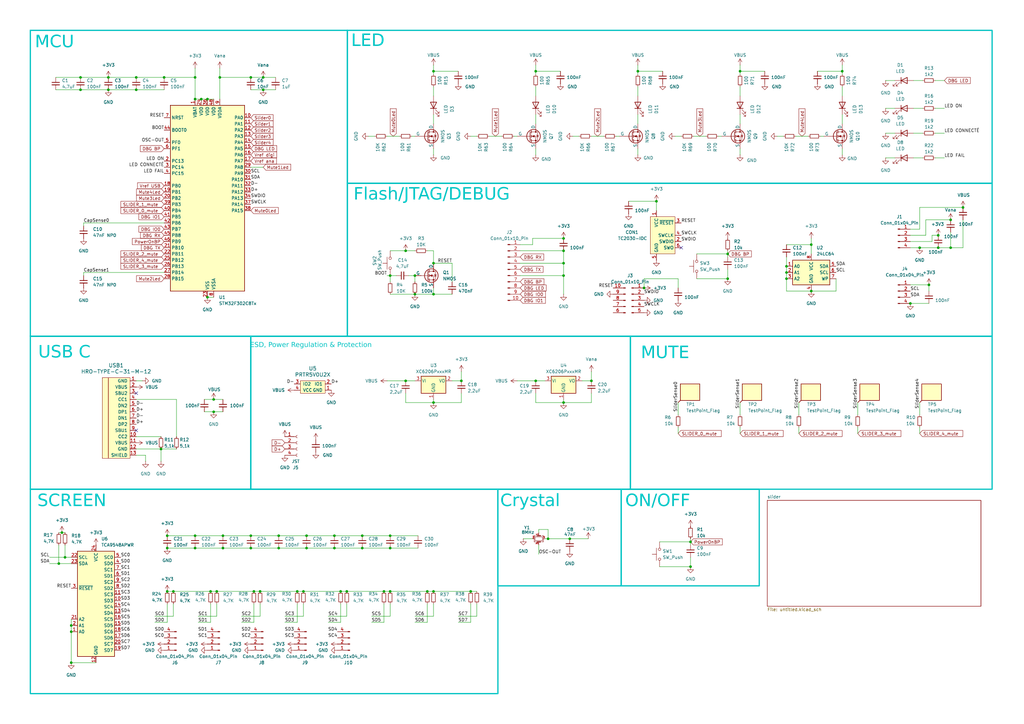
<source format=kicad_sch>
(kicad_sch (version 20250114) (generator "eeschema") (generator_version "9.0")
  (paper "A3")
  (lib_symbols
    (symbol "Conn_01x10_Pin_1" (pin_names (offset 1.016) (hide yes))
      (property "Reference" "J?" (at 0.635 15.24 0))
      (property "Value" "Conn_01x10_Pin" (at 0.635 12.7 0))
      (symbol "Conn_01x10_Pin_1_1_1"
        (pin passive line (at -6.35 10.16 0) (length 3.81) (name "Pin_10") (number "10"))
        (pin passive line (at -6.35 7.62 0) (length 3.81) (name "Pin_9") (number "9"))
        (pin passive line (at -6.35 5.08 0) (length 3.81) (name "Pin_8") (number "8"))
        (pin passive line (at -6.35 2.54 0) (length 3.81) (name "Pin_7") (number "7"))
        (pin passive line (at -6.35 0 0) (length 3.81) (name "Pin_6") (number "6"))
        (pin passive line (at 6.35 10.16 180) (length 3.81) (name "Pin_1") (number "1"))
        (pin passive line (at 6.35 7.62 180) (length 3.81) (name "Pin_2") (number "2"))
        (pin passive line (at 6.35 5.08 180) (length 3.81) (name "Pin_3") (number "3"))
        (pin passive line (at 6.35 2.54 180) (length 3.81) (name "Pin_4") (number "4"))
        (pin passive line (at 6.35 0 180) (length 3.81) (name "Pin_5") (number "5"))
      )
    )
    (symbol "Connector:Conn_01x04_Pin" (pin_names (offset 1.016) (hide yes))
      (property "Reference" "J" (at 0 5.08 0))
      (property "Value" "Conn_01x04_Pin" (at 0 -7.62 0))
      (symbol "Conn_01x04_Pin_1_1"
        (pin passive line (at 5.08 2.54 180) (length 3.81) (name "Pin_1") (number "1"))
        (pin passive line (at 5.08 0 180) (length 3.81) (name "Pin_2") (number "2"))
        (pin passive line (at 5.08 -2.54 180) (length 3.81) (name "Pin_3") (number "3"))
        (pin passive line (at 5.08 -5.08 180) (length 3.81) (name "Pin_4") (number "4"))
      )
    )
    (symbol "Connector:Conn_01x04_Socket" (pin_names (offset 1.016) (hide yes))
      (property "Reference" "J" (at 0 5.08 0))
      (property "Value" "Conn_01x04_Socket" (at 0 -7.62 0))
      (symbol "Conn_01x04_Socket_1_1"
        (pin passive line (at -5.08 2.54 0) (length 3.81) (name "Pin_1") (number "1"))
        (pin passive line (at -5.08 0 0) (length 3.81) (name "Pin_2") (number "2"))
        (pin passive line (at -5.08 -2.54 0) (length 3.81) (name "Pin_3") (number "3"))
        (pin passive line (at -5.08 -5.08 0) (length 3.81) (name "Pin_4") (number "4"))
      )
    )
    (symbol "Connector:Conn_01x10_Pin" (pin_names (offset 1.016) (hide yes))
      (property "Reference" "J" (at 0 12.7 0))
      (property "Value" "Conn_01x10_Pin" (at 0 -15.24 0))
      (symbol "Conn_01x10_Pin_1_1"
        (pin passive line (at 5.08 10.16 180) (length 3.81) (name "Pin_1") (number "1"))
        (pin passive line (at 5.08 7.62 180) (length 3.81) (name "Pin_2") (number "2"))
        (pin passive line (at 5.08 5.08 180) (length 3.81) (name "Pin_3") (number "3"))
        (pin passive line (at 5.08 2.54 180) (length 3.81) (name "Pin_4") (number "4"))
        (pin passive line (at 5.08 0 180) (length 3.81) (name "Pin_5") (number "5"))
        (pin passive line (at 5.08 -2.54 180) (length 3.81) (name "Pin_6") (number "6"))
        (pin passive line (at 5.08 -5.08 180) (length 3.81) (name "Pin_7") (number "7"))
        (pin passive line (at 5.08 -7.62 180) (length 3.81) (name "Pin_8") (number "8"))
        (pin passive line (at 5.08 -10.16 180) (length 3.81) (name "Pin_9") (number "9"))
        (pin passive line (at 5.08 -12.7 180) (length 3.81) (name "Pin_10") (number "10"))
      )
    )
    (symbol "Connector:Conn_ARM_SWD_TagConnect_TC2030-NL" (in_bom no)
      (property "Reference" "J" (at 2.54 11.43 0))
      (property "Value" "Conn_ARM_SWD_TagConnect_TC2030-NL" (at 2.54 8.89 0))
      (symbol "Conn_ARM_SWD_TagConnect_TC2030-NL_0_0"
        (pin power_in line (at -2.54 10.16 270) (length 2.54) (name "VCC") (number "1"))
        (pin power_in line (at -2.54 -10.16 90) (length 2.54) (name "GND") (number "5"))
        (pin open_collector line (at 7.62 5.08 180) (length 2.54) (name "~{RESET}") (number "3"))
        (pin output line (at 7.62 0 180) (length 2.54) (name "SWCLK") (number "4"))
        (pin bidirectional line (at 7.62 -2.54 180) (length 2.54) (name "SWDIO") (number "2"))
        (pin input line (at 7.62 -5.08 180) (length 2.54) (name "SWO") (number "6"))
      )
    )
    (symbol "Connector:TestPoint_Flag" (pin_numbers (hide yes)) (pin_names (offset 0.762) (hide yes))
      (property "Reference" "TP?" (at 7.62 2.6671 0))
      (property "Value" "TestPoint_Flag" (at 7.62 0.1271 0))
      (symbol "TestPoint_Flag_1_1"
        (pin passive line (at 0 0 90) (length 0) (name "1") (number "1"))
      )
    )
    (symbol "Device:C_Small" (pin_numbers (hide yes)) (pin_names (offset 0.254) (hide yes))
      (property "Reference" "C" (at 0.254 1.778 0))
      (property "Value" "C_Small" (at 0.254 -2.032 0))
      (symbol "C_Small_1_1"
        (pin passive line (at 0 2.54 270) (length 2.032) (name "~") (number "1"))
        (pin passive line (at 0 -2.54 90) (length 2.032) (name "~") (number "2"))
      )
    )
    (symbol "Device:Crystal_GND24_Small" (pin_names (offset 1.016) (hide yes))
      (property "Reference" "Y" (at 1.27 4.445 0))
      (property "Value" "Crystal_GND24_Small" (at 1.27 2.54 0))
      (symbol "Crystal_GND24_Small_1_1"
        (pin passive line (at -2.54 0 0) (length 1.27) (name "1") (number "1"))
        (pin passive line (at 0 2.54 270) (length 0.635) (name "4") (number "4"))
        (pin passive line (at 0 -2.54 90) (length 0.635) (name "2") (number "2"))
        (pin passive line (at 2.54 0 180) (length 1.27) (name "3") (number "3"))
      )
    )
    (symbol "Device:LED" (pin_numbers (hide yes)) (pin_names (offset 1.016) (hide yes))
      (property "Reference" "D" (at 0 2.54 0))
      (property "Value" "LED" (at 0 -2.54 0))
      (symbol "LED_1_1"
        (pin passive line (at -3.81 0 0) (length 2.54) (name "K") (number "1"))
        (pin passive line (at 3.81 0 180) (length 2.54) (name "A") (number "2"))
      )
    )
    (symbol "Device:R_Small" (pin_numbers (hide yes)) (pin_names (offset 0.254) (hide yes))
      (property "Reference" "R" (at 0.762 0.508 0))
      (property "Value" "R_Small" (at 0.762 -1.016 0))
      (symbol "R_Small_1_1"
        (pin passive line (at 0 2.54 270) (length 0.762) (name "~") (number "1"))
        (pin passive line (at 0 -2.54 90) (length 0.762) (name "~") (number "2"))
      )
    )
    (symbol "Interface_Expansion:TCA9548APWR"
      (property "Reference" "U" (at -7.62 21.59 0))
      (property "Value" "TCA9548APWR" (at 1.016 21.59 0))
      (symbol "TCA9548APWR_1_1"
        (pin input line (at -10.16 17.78 0) (length 2.54) (name "SCL") (number "22"))
        (pin bidirectional line (at -10.16 15.24 0) (length 2.54) (name "SDA") (number "23"))
        (pin input line (at -10.16 5.08 0) (length 2.54) (name "~{RESET}") (number "3"))
        (pin input line (at -10.16 -7.62 0) (length 2.54) (name "A2") (number "21"))
        (pin input line (at -10.16 -10.16 0) (length 2.54) (name "A1") (number "2"))
        (pin input line (at -10.16 -12.7 0) (length 2.54) (name "A0") (number "1"))
        (pin power_in line (at 0 22.86 270) (length 2.54) (name "VCC") (number "24"))
        (pin power_in line (at 0 -25.4 90) (length 2.54) (name "GND") (number "12"))
        (pin output line (at 10.16 17.78 180) (length 2.54) (name "SC0") (number "5"))
        (pin bidirectional line (at 10.16 15.24 180) (length 2.54) (name "SD0") (number "4"))
        (pin output line (at 10.16 12.7 180) (length 2.54) (name "SC1") (number "7"))
        (pin bidirectional line (at 10.16 10.16 180) (length 2.54) (name "SD1") (number "6"))
        (pin output line (at 10.16 7.62 180) (length 2.54) (name "SC2") (number "9"))
        (pin bidirectional line (at 10.16 5.08 180) (length 2.54) (name "SD2") (number "8"))
        (pin output line (at 10.16 2.54 180) (length 2.54) (name "SC3") (number "11"))
        (pin bidirectional line (at 10.16 0 180) (length 2.54) (name "SD3") (number "10"))
        (pin output line (at 10.16 -2.54 180) (length 2.54) (name "SC4") (number "14"))
        (pin bidirectional line (at 10.16 -5.08 180) (length 2.54) (name "SD4") (number "13"))
        (pin output line (at 10.16 -7.62 180) (length 2.54) (name "SC5") (number "16"))
        (pin bidirectional line (at 10.16 -10.16 180) (length 2.54) (name "SD5") (number "15"))
        (pin output line (at 10.16 -12.7 180) (length 2.54) (name "SC6") (number "18"))
        (pin bidirectional line (at 10.16 -15.24 180) (length 2.54) (name "SD6") (number "17"))
        (pin output line (at 10.16 -17.78 180) (length 2.54) (name "SC7") (number "20"))
        (pin bidirectional line (at 10.16 -20.32 180) (length 2.54) (name "SD7") (number "19"))
      )
    )
    (symbol "MCU_ST_STM32F3:STM32F302C8Tx"
      (property "Reference" "U" (at -15.24 39.37 0))
      (property "Value" "STM32F302C8Tx" (at 7.62 39.37 0))
      (symbol "STM32F302C8Tx_1_1"
        (pin input line (at -17.78 33.02 0) (length 2.54) (name "NRST") (number "7"))
        (pin input line (at -17.78 27.94 0) (length 2.54) (name "BOOT0") (number "44"))
        (pin bidirectional line (at -17.78 22.86 0) (length 2.54) (name "PF0") (number "5"))
        (pin bidirectional line (at -17.78 20.32 0) (length 2.54) (name "PF1") (number "6"))
        (pin bidirectional line (at -17.78 15.24 0) (length 2.54) (name "PC13") (number "2"))
        (pin bidirectional line (at -17.78 12.7 0) (length 2.54) (name "PC14") (number "3"))
        (pin bidirectional line (at -17.78 10.16 0) (length 2.54) (name "PC15") (number "4"))
        (pin bidirectional line (at -17.78 5.08 0) (length 2.54) (name "PB0") (number "18"))
        (pin bidirectional line (at -17.78 2.54 0) (length 2.54) (name "PB1") (number "19"))
        (pin bidirectional line (at -17.78 0 0) (length 2.54) (name "PB2") (number "20"))
        (pin bidirectional line (at -17.78 -2.54 0) (length 2.54) (name "PB3") (number "39"))
        (pin bidirectional line (at -17.78 -5.08 0) (length 2.54) (name "PB4") (number "40"))
        (pin bidirectional line (at -17.78 -7.62 0) (length 2.54) (name "PB5") (number "41"))
        (pin bidirectional line (at -17.78 -10.16 0) (length 2.54) (name "PB6") (number "42"))
        (pin bidirectional line (at -17.78 -12.7 0) (length 2.54) (name "PB7") (number "43"))
        (pin bidirectional line (at -17.78 -15.24 0) (length 2.54) (name "PB8") (number "45"))
        (pin bidirectional line (at -17.78 -17.78 0) (length 2.54) (name "PB9") (number "46"))
        (pin bidirectional line (at -17.78 -20.32 0) (length 2.54) (name "PB10") (number "21"))
        (pin bidirectional line (at -17.78 -22.86 0) (length 2.54) (name "PB11") (number "22"))
        (pin bidirectional line (at -17.78 -25.4 0) (length 2.54) (name "PB12") (number "25"))
        (pin bidirectional line (at -17.78 -27.94 0) (length 2.54) (name "PB13") (number "26"))
        (pin bidirectional line (at -17.78 -30.48 0) (length 2.54) (name "PB14") (number "27"))
        (pin bidirectional line (at -17.78 -33.02 0) (length 2.54) (name "PB15") (number "28"))
        (pin power_in line (at -5.08 40.64 270) (length 2.54) (name "VBAT") (number "1"))
        (pin power_in line (at -2.54 40.64 270) (length 2.54) (name "VDD") (number "24"))
        (pin power_in line (at 0 40.64 270) (length 2.54) (name "VDD") (number "36"))
        (pin power_in line (at 0 -40.64 90) (length 2.54) (name "VSS") (number "23"))
        (pin passive line (at 0 -40.64 90) (length 2.54) (hide yes) (name "VSS") (number "35"))
        (pin passive line (at 0 -40.64 90) (length 2.54) (hide yes) (name "VSS") (number "47"))
        (pin power_in line (at 2.54 40.64 270) (length 2.54) (name "VDD") (number "48"))
        (pin power_in line (at 2.54 -40.64 90) (length 2.54) (name "VSSA") (number "8"))
        (pin power_in line (at 5.08 40.64 270) (length 2.54) (name "VDDA") (number "9"))
        (pin bidirectional line (at 17.78 33.02 180) (length 2.54) (name "PA0") (number "10"))
        (pin bidirectional line (at 17.78 30.48 180) (length 2.54) (name "PA1") (number "11"))
        (pin bidirectional line (at 17.78 27.94 180) (length 2.54) (name "PA2") (number "12"))
        (pin bidirectional line (at 17.78 25.4 180) (length 2.54) (name "PA3") (number "13"))
        (pin bidirectional line (at 17.78 22.86 180) (length 2.54) (name "PA4") (number "14"))
        (pin bidirectional line (at 17.78 20.32 180) (length 2.54) (name "PA5") (number "15"))
        (pin bidirectional line (at 17.78 17.78 180) (length 2.54) (name "PA6") (number "16"))
        (pin bidirectional line (at 17.78 15.24 180) (length 2.54) (name "PA7") (number "17"))
        (pin bidirectional line (at 17.78 12.7 180) (length 2.54) (name "PA8") (number "29"))
        (pin bidirectional line (at 17.78 10.16 180) (length 2.54) (name "PA9") (number "30"))
        (pin bidirectional line (at 17.78 7.62 180) (length 2.54) (name "PA10") (number "31"))
        (pin bidirectional line (at 17.78 5.08 180) (length 2.54) (name "PA11") (number "32"))
        (pin bidirectional line (at 17.78 2.54 180) (length 2.54) (name "PA12") (number "33"))
        (pin bidirectional line (at 17.78 0 180) (length 2.54) (name "PA13") (number "34"))
        (pin bidirectional line (at 17.78 -2.54 180) (length 2.54) (name "PA14") (number "37"))
        (pin bidirectional line (at 17.78 -5.08 180) (length 2.54) (name "PA15") (number "38"))
      )
    )
    (symbol "Memory_EEPROM:24LC64"
      (property "Reference" "U" (at -6.35 6.35 0))
      (property "Value" "24LC64" (at 1.27 6.35 0))
      (symbol "24LC64_1_1"
        (pin input line (at -10.16 2.54 0) (length 2.54) (name "A0") (number "1"))
        (pin input line (at -10.16 0 0) (length 2.54) (name "A1") (number "2"))
        (pin input line (at -10.16 -2.54 0) (length 2.54) (name "A2") (number "3"))
        (pin power_in line (at 0 7.62 270) (length 2.54) (name "VCC") (number "8"))
        (pin power_in line (at 0 -7.62 90) (length 2.54) (name "GND") (number "4"))
        (pin bidirectional line (at 10.16 2.54 180) (length 2.54) (name "SDA") (number "5"))
        (pin input line (at 10.16 0 180) (length 2.54) (name "SCL") (number "6"))
        (pin input line (at 10.16 -2.54 180) (length 2.54) (name "WP") (number "7"))
      )
    )
    (symbol "Regulator_Linear:XC6206PxxxMR" (pin_names (offset 0.254))
      (property "Reference" "U" (at -3.81 3.175 0))
      (property "Value" "XC6206PxxxMR" (at 0 3.175 0))
      (symbol "XC6206PxxxMR_1_1"
        (pin power_in line (at -7.62 0 0) (length 2.54) (name "VI") (number "3"))
        (pin power_in line (at 0 -7.62 90) (length 2.54) (name "GND") (number "1"))
        (pin power_out line (at 7.62 0 180) (length 2.54) (name "VO") (number "2"))
      )
    )
    (symbol "Simulation_SPICE:NMOS" (pin_numbers (hide yes)) (pin_names (offset 0))
      (property "Reference" "Q" (at 5.08 1.27 0))
      (property "Value" "NMOS" (at 5.08 -1.27 0))
      (symbol "NMOS_1_1"
        (pin input line (at -5.08 0 0) (length 2.54) (name "G") (number "2"))
        (pin passive line (at 2.54 5.08 270) (length 2.54) (name "D") (number "1"))
        (pin passive line (at 2.54 -5.08 90) (length 2.54) (name "S") (number "3"))
      )
    )
    (symbol "Switch:SW_Push" (pin_numbers (hide yes)) (pin_names (offset 1.016) (hide yes))
      (property "Reference" "SW" (at 1.27 2.54 0))
      (property "Value" "SW_Push" (at 0 -1.524 0))
      (symbol "SW_Push_0_1"
        (pin passive line (at -5.08 0 0) (length 2.54) (name "1") (number "1"))
        (pin passive line (at 5.08 0 180) (length 2.54) (name "2") (number "2"))
      )
    )
    (symbol "Type-C:HRO-TYPE-C-31-M-12" (pin_names (offset 1.016))
      (property "Reference" "USB" (at -5.08 16.51 0))
      (property "Value" "HRO-TYPE-C-31-M-12" (at -10.16 -1.27 90))
      (symbol "HRO-TYPE-C-31-M-12_1_1"
        (pin input line (at 2.54 13.97 180) (length 2.54) (name "GND") (number "1"))
        (pin input line (at 2.54 11.43 180) (length 2.54) (name "VBUS") (number "2"))
        (pin input line (at 2.54 8.89 180) (length 2.54) (name "SBU2") (number "3"))
        (pin input line (at 2.54 6.35 180) (length 2.54) (name "CC1") (number "4"))
        (pin input line (at 2.54 3.81 180) (length 2.54) (name "DN2") (number "5"))
        (pin input line (at 2.54 1.27 180) (length 2.54) (name "DP1") (number "6"))
        (pin input line (at 2.54 -1.27 180) (length 2.54) (name "DN1") (number "7"))
        (pin input line (at 2.54 -3.81 180) (length 2.54) (name "DP2") (number "8"))
        (pin input line (at 2.54 -6.35 180) (length 2.54) (name "SBU1") (number "9"))
        (pin input line (at 2.54 -8.89 180) (length 2.54) (name "CC2") (number "10"))
        (pin input line (at 2.54 -11.43 180) (length 2.54) (name "VBUS") (number "11"))
        (pin input line (at 2.54 -13.97 180) (length 2.54) (name "GND") (number "12"))
        (pin input line (at 2.54 -16.51 180) (length 2.54) (name "SHIELD") (number "13"))
      )
    )
    (symbol "power:+3V3" (power) (pin_numbers (hide yes)) (pin_names (offset 0) (hide yes))
      (property "Value" "+3V3" (at 0 3.556 0))
      (symbol "+3V3_1_1"
        (pin power_in line (at 0 0 90) (length 0) (name "~") (number "1"))
      )
    )
    (symbol "power:GND" (power) (pin_numbers (hide yes)) (pin_names (offset 0) (hide yes))
      (property "Value" "GND" (at 0 -3.81 0))
      (symbol "GND_1_1"
        (pin power_in line (at 0 0 270) (length 0) (name "~") (number "1"))
      )
    )
    (symbol "power:VAA" (power) (pin_numbers (hide yes)) (pin_names (offset 0) (hide yes))
      (property "Value" "VAA" (at 0 3.556 0))
      (symbol "VAA_1_1"
        (pin power_in line (at 0 0 90) (length 0) (name "~") (number "1"))
      )
    )
    (symbol "power:VBUS" (power) (pin_numbers (hide yes)) (pin_names (offset 0) (hide yes))
      (property "Value" "VBUS" (at 0 3.556 0))
      (symbol "VBUS_1_1"
        (pin power_in line (at 0 0 90) (length 0) (name "~") (number "1"))
      )
    )
    (symbol "random-keyboard-parts:PRTR5V0U2X" (pin_names (offset 1.016))
      (property "Reference" "U" (at 0 3.81 0))
      (property "Value" "PRTR5V0U2X" (at 0 -3.81 0))
      (symbol "PRTR5V0U2X_1_1"
        (pin input line (at -7.62 1.27 0) (length 2.54) (name "GND") (number "1"))
        (pin input line (at -7.62 -1.27 0) (length 2.54) (name "IO1") (number "2"))
        (pin input line (at 7.62 1.27 180) (length 2.54) (name "VCC") (number "4"))
        (pin input line (at 7.62 -1.27 180) (length 2.54) (name "IO2") (number "3"))
      )
    )
  )
  (rectangle (start 258.572 137.922) (end 406.908 200.66) (stroke (width 0.5) (color 0 194 194 1)))
  (rectangle (start 204.216 200.66) (end 254.762 240.284) (stroke (width 0.5) (color 0 194 194 1)))
  (rectangle (start 12.446 200.66) (end 204.216 284.48) (stroke (width 0.5) (color 0 194 194 1)))
  (rectangle (start 142.494 12.446) (end 406.908 75.184) (stroke (width 0.5) (color 0 194 194 1)))
  (rectangle (start 254.762 200.66) (end 311.404 240.284) (stroke (width 0.5) (color 0 194 194 1)))
  (rectangle (start 102.87 137.922) (end 258.572 200.66) (stroke (width 0.5) (color 0 194 194 1)))
  (rectangle (start 142.494 75.184) (end 406.908 137.922) (stroke (width 0.5) (color 0 194 194 1)))
  (rectangle (start 12.446 12.446) (end 142.494 137.922) (stroke (width 0.5) (color 0 194 194 1)))
  (rectangle (start 12.446 137.922) (end 102.87 200.66) (stroke (width 0.5) (color 0 194 194 1)))
  (text "SCREEN" (at 29.464 207.01 0) (effects (font (size 5 5))))
  (text "ESD, Power Regulation & Protection" (at 127.508 142.24 0) (effects (font (size 2 2))))
  (text "USB C\n" (at 26.416 146.05 0) (effects (font (size 5 5))))
  (text "ON/OFF\n" (at 269.748 207.01 0) (effects (font (size 5 5))))
  (text "MCU" (at 22.352 18.796 0) (effects (font (size 5 5))))
  (text "Crystal\n" (at 217.424 207.01 0) (effects (font (size 5 5))))
  (text "LED" (at 150.876 18.288 0) (effects (font (size 5 5))))
  (text "Flash/JTAG/DEBUG\n" (at 177.038 81.28 0) (effects (font (size 5 5))))
  (text "MUTE\n" (at 272.796 146.304 0) (effects (font (size 5 5))))
  (junction (at 91.44 219.71))
  (junction (at 166.37 156.21))
  (junction (at 87.63 168.91))
  (junction (at 90.17 31.75))
  (junction (at 231.14 97.79))
  (junction (at 68.58 242.57))
  (junction (at 332.74 119.38))
  (junction (at 121.92 242.57))
  (junction (at 80.01 224.79))
  (junction (at 384.81 101.6))
  (junction (at 125.73 224.79))
  (junction (at 80.01 219.71))
  (junction (at 157.48 242.57))
  (junction (at 160.02 242.57))
  (junction (at 102.87 31.75))
  (junction (at 322.58 109.22))
  (junction (at 177.8 165.1))
  (junction (at 175.26 242.57))
  (junction (at 283.21 232.41))
  (junction (at 80.01 40.64))
  (junction (at 177.8 120.65))
  (junction (at 177.8 29.21))
  (junction (at 26.67 228.6))
  (junction (at 106.68 242.57))
  (junction (at 29.21 256.54))
  (junction (at 102.87 224.79))
  (junction (at 114.3 219.71))
  (junction (at 298.45 114.3))
  (junction (at 33.02 36.83))
  (junction (at 85.09 40.64))
  (junction (at 373.38 124.46))
  (junction (at 394.97 85.09))
  (junction (at 231.14 102.87))
  (junction (at 384.81 96.52))
  (junction (at 80.01 31.75))
  (junction (at 137.16 224.79))
  (junction (at 87.63 163.83))
  (junction (at 71.12 242.57))
  (junction (at 137.16 219.71))
  (junction (at 189.23 156.21))
  (junction (at 85.09 121.92))
  (junction (at 44.45 31.75))
  (junction (at 298.45 104.14))
  (junction (at 389.89 101.6))
  (junction (at 107.95 36.83))
  (junction (at 193.04 242.57))
  (junction (at 219.71 156.21))
  (junction (at 166.37 102.87))
  (junction (at 345.44 29.21))
  (junction (at 160.02 224.79))
  (junction (at 264.16 118.11))
  (junction (at 148.59 224.79))
  (junction (at 139.7 242.57))
  (junction (at 104.14 242.57))
  (junction (at 102.87 219.71))
  (junction (at 177.8 107.95))
  (junction (at 322.58 111.76))
  (junction (at 381 116.84))
  (junction (at 125.73 219.71))
  (junction (at 242.57 156.21))
  (junction (at 377.19 101.6))
  (junction (at 219.71 29.21))
  (junction (at 160.02 219.71))
  (junction (at 25.4 218.44))
  (junction (at 261.62 29.21))
  (junction (at 269.24 82.55))
  (junction (at 233.68 220.98))
  (junction (at 68.58 219.71))
  (junction (at 231.14 113.03))
  (junction (at 177.8 242.57))
  (junction (at 160.02 113.03))
  (junction (at 283.21 222.25))
  (junction (at 91.44 224.79))
  (junction (at 224.79 220.98))
  (junction (at 88.9 242.57))
  (junction (at 55.88 36.83))
  (junction (at 170.18 120.65))
  (junction (at 124.46 242.57))
  (junction (at 148.59 219.71))
  (junction (at 170.18 113.03))
  (junction (at 29.21 271.78))
  (junction (at 332.74 100.33))
  (junction (at 29.21 259.08))
  (junction (at 114.3 224.79))
  (junction (at 86.36 242.57))
  (junction (at 322.58 114.3))
  (junction (at 303.53 29.21))
  (junction (at 66.04 184.15))
  (junction (at 33.02 31.75))
  (junction (at 389.89 90.17))
  (junction (at 82.55 40.64))
  (junction (at 107.95 31.75))
  (junction (at 231.14 107.95))
  (junction (at 55.88 31.75))
  (junction (at 24.13 231.14))
  (junction (at 68.58 224.79))
  (junction (at 67.31 31.75))
  (junction (at 142.24 242.57))
  (junction (at 231.14 165.1))
  (junction (at 44.45 36.83))
  (no_connect (at 55.88 161.29))
  (no_connect (at 55.88 176.53))
  (no_connect (at 279.4 101.6))
  (wire (pts (xy 33.02 36.83) (xy 44.45 36.83)))
  (wire (pts (xy 67.31 31.75) (xy 80.01 31.75)))
  (wire (pts (xy 242.57 161.29) (xy 242.57 165.1)))
  (wire (pts (xy 26.67 223.52) (xy 26.67 228.6)))
  (wire (pts (xy 29.21 254) (xy 29.21 256.54)))
  (wire (pts (xy 270.51 232.41) (xy 283.21 232.41)))
  (wire (pts (xy 139.7 247.65) (xy 139.7 255.27)))
  (wire (pts (xy 160.02 219.71) (xy 171.45 219.71)))
  (wire (pts (xy 24.13 223.52) (xy 24.13 231.14)))
  (wire (pts (xy 289.56 55.88) (xy 284.48 55.88)))
  (wire (pts (xy 220.98 223.52) (xy 220.98 227.33)))
  (wire (pts (xy 303.53 35.56) (xy 303.53 39.37)))
  (wire (pts (xy 160.02 102.87) (xy 166.37 102.87)))
  (wire (pts (xy 124.46 247.65) (xy 124.46 252.73)))
  (wire (pts (xy 85.09 121.92) (xy 87.63 121.92)))
  (wire (pts (xy 175.26 242.57) (xy 177.8 242.57)))
  (wire (pts (xy 257.81 82.55) (xy 269.24 82.55)))
  (wire (pts (xy 322.58 119.38) (xy 322.58 114.3)))
  (wire (pts (xy 121.92 247.65) (xy 121.92 255.27)))
  (wire (pts (xy 163.83 55.88) (xy 158.75 55.88)))
  (wire (pts (xy 90.17 27.94) (xy 90.17 31.75)))
  (wire (pts (xy 335.28 29.21) (xy 345.44 29.21)))
  (wire (pts (xy 88.9 242.57) (xy 104.14 242.57)))
  (wire (pts (xy 285.75 104.14) (xy 298.45 104.14)))
  (wire (pts (xy 377.19 101.6) (xy 384.81 101.6)))
  (wire (pts (xy 298.45 104.14) (xy 298.45 105.41)))
  (wire (pts (xy 44.45 36.83) (xy 55.88 36.83)))
  (wire (pts (xy 170.18 255.27) (xy 175.26 255.27)))
  (wire (pts (xy 231.14 102.87) (xy 231.14 107.95)))
  (wire (pts (xy 220.98 218.44) (xy 220.98 217.17)))
  (wire (pts (xy 212.09 55.88) (xy 210.82 55.88)))
  (wire (pts (xy 374.65 54.61) (xy 378.46 54.61)))
  (wire (pts (xy 219.71 26.67) (xy 219.71 29.21)))
  (wire (pts (xy 44.45 31.75) (xy 55.88 31.75)))
  (wire (pts (xy 170.18 120.65) (xy 177.8 120.65)))
  (wire (pts (xy 261.62 29.21) (xy 261.62 30.48)))
  (wire (pts (xy 166.37 161.29) (xy 166.37 165.1)))
  (wire (pts (xy 22.86 31.75) (xy 33.02 31.75)))
  (wire (pts (xy 80.01 40.64) (xy 82.55 40.64)))
  (wire (pts (xy 86.36 247.65) (xy 86.36 255.27)))
  (wire (pts (xy 24.13 218.44) (xy 25.4 218.44)))
  (wire (pts (xy 158.75 156.21) (xy 166.37 156.21)))
  (wire (pts (xy 137.16 219.71) (xy 148.59 219.71)))
  (wire (pts (xy 80.01 219.71) (xy 91.44 219.71)))
  (wire (pts (xy 303.53 175.26) (xy 303.53 177.8)))
  (wire (pts (xy 278.13 175.26) (xy 278.13 177.8)))
  (wire (pts (xy 205.74 55.88) (xy 200.66 55.88)))
  (wire (pts (xy 83.82 163.83) (xy 87.63 163.83)))
  (wire (pts (xy 261.62 29.21) (xy 271.78 29.21)))
  (wire (pts (xy 374.65 44.45) (xy 378.46 44.45)))
  (wire (pts (xy 261.62 60.96) (xy 261.62 63.5)))
  (wire (pts (xy 34.29 91.44) (xy 34.29 92.71)))
  (wire (pts (xy 351.79 165.1) (xy 351.79 170.18)))
  (wire (pts (xy 80.01 27.94) (xy 80.01 31.75)))
  (wire (pts (xy 102.87 36.83) (xy 107.95 36.83)))
  (wire (pts (xy 373.38 96.52) (xy 379.73 96.52)))
  (wire (pts (xy 139.7 242.57) (xy 142.24 242.57)))
  (wire (pts (xy 80.01 224.79) (xy 91.44 224.79)))
  (wire (pts (xy 322.58 109.22) (xy 322.58 111.76)))
  (wire (pts (xy 195.58 55.88) (xy 193.04 55.88)))
  (wire (pts (xy 381 116.84) (xy 381 119.38)))
  (wire (pts (xy 134.62 255.27) (xy 139.7 255.27)))
  (wire (pts (xy 55.88 179.07) (xy 66.04 179.07)))
  (wire (pts (xy 102.87 68.58) (xy 107.95 68.58)))
  (wire (pts (xy 363.22 44.45) (xy 367.03 44.45)))
  (wire (pts (xy 24.13 231.14) (xy 29.21 231.14)))
  (wire (pts (xy 71.12 242.57) (xy 86.36 242.57)))
  (wire (pts (xy 177.8 60.96) (xy 177.8 63.5)))
  (wire (pts (xy 374.65 64.77) (xy 378.46 64.77)))
  (wire (pts (xy 137.16 224.79) (xy 148.59 224.79)))
  (wire (pts (xy 55.88 163.83) (xy 72.39 163.83)))
  (wire (pts (xy 68.58 219.71) (xy 80.01 219.71)))
  (wire (pts (xy 351.79 175.26) (xy 351.79 177.8)))
  (wire (pts (xy 107.95 36.83) (xy 113.03 36.83)))
  (wire (pts (xy 298.45 114.3) (xy 298.45 110.49)))
  (wire (pts (xy 166.37 156.21) (xy 170.18 156.21)))
  (wire (pts (xy 373.38 116.84) (xy 381 116.84)))
  (wire (pts (xy 166.37 165.1) (xy 177.8 165.1)))
  (wire (pts (xy 345.44 46.99) (xy 345.44 50.8)))
  (wire (pts (xy 185.42 107.95) (xy 177.8 107.95)))
  (wire (pts (xy 195.58 247.65) (xy 195.58 252.73)))
  (wire (pts (xy 55.88 31.75) (xy 67.31 31.75)))
  (wire (pts (xy 102.87 31.75) (xy 107.95 31.75)))
  (wire (pts (xy 153.67 55.88) (xy 151.13 55.88)))
  (wire (pts (xy 34.29 111.76) (xy 34.29 113.03)))
  (wire (pts (xy 162.56 113.03) (xy 160.02 113.03)))
  (wire (pts (xy 177.8 46.99) (xy 177.8 50.8)))
  (wire (pts (xy 91.44 219.71) (xy 102.87 219.71)))
  (wire (pts (xy 187.96 255.27) (xy 193.04 255.27)))
  (wire (pts (xy 373.38 101.6) (xy 377.19 101.6)))
  (wire (pts (xy 121.92 242.57) (xy 124.46 242.57)))
  (wire (pts (xy 219.71 35.56) (xy 219.71 39.37)))
  (wire (pts (xy 261.62 26.67) (xy 261.62 29.21)))
  (wire (pts (xy 189.23 165.1) (xy 177.8 165.1)))
  (wire (pts (xy 303.53 29.21) (xy 303.53 30.48)))
  (wire (pts (xy 125.73 224.79) (xy 137.16 224.79)))
  (wire (pts (xy 177.8 118.11) (xy 177.8 120.65)))
  (wire (pts (xy 321.31 55.88) (xy 318.77 55.88)))
  (wire (pts (xy 303.53 46.99) (xy 303.53 50.8)))
  (wire (pts (xy 66.04 184.15) (xy 66.04 189.23)))
  (wire (pts (xy 219.71 156.21) (xy 223.52 156.21)))
  (wire (pts (xy 106.68 242.57) (xy 121.92 242.57)))
  (wire (pts (xy 104.14 242.57) (xy 106.68 242.57)))
  (wire (pts (xy 160.02 224.79) (xy 171.45 224.79)))
  (wire (pts (xy 185.42 156.21) (xy 189.23 156.21)))
  (wire (pts (xy 20.32 228.6) (xy 26.67 228.6)))
  (wire (pts (xy 337.82 55.88) (xy 336.55 55.88)))
  (wire (pts (xy 322.58 111.76) (xy 322.58 114.3)))
  (wire (pts (xy 55.88 184.15) (xy 66.04 184.15)))
  (wire (pts (xy 177.8 120.65) (xy 185.42 120.65)))
  (wire (pts (xy 39.37 271.78) (xy 29.21 271.78)))
  (wire (pts (xy 283.21 222.25) (xy 283.21 223.52)))
  (wire (pts (xy 219.71 29.21) (xy 229.87 29.21)))
  (wire (pts (xy 189.23 152.4) (xy 189.23 156.21)))
  (wire (pts (xy 68.58 247.65) (xy 68.58 255.27)))
  (wire (pts (xy 177.8 26.67) (xy 177.8 29.21)))
  (wire (pts (xy 322.58 100.33) (xy 332.74 100.33)))
  (wire (pts (xy 214.63 220.98) (xy 218.44 220.98)))
  (wire (pts (xy 303.53 29.21) (xy 313.69 29.21)))
  (wire (pts (xy 254 55.88) (xy 252.73 55.88)))
  (wire (pts (xy 22.86 36.83) (xy 33.02 36.83)))
  (wire (pts (xy 327.66 165.1) (xy 327.66 170.18)))
  (wire (pts (xy 68.58 224.79) (xy 80.01 224.79)))
  (wire (pts (xy 363.22 54.61) (xy 367.03 54.61)))
  (wire (pts (xy 187.96 252.73) (xy 195.58 252.73)))
  (wire (pts (xy 303.53 165.1) (xy 303.53 170.18)))
  (wire (pts (xy 295.91 55.88) (xy 294.64 55.88)))
  (wire (pts (xy 345.44 26.67) (xy 345.44 29.21)))
  (wire (pts (xy 152.4 255.27) (xy 157.48 255.27)))
  (wire (pts (xy 193.04 242.57) (xy 195.58 242.57)))
  (wire (pts (xy 185.42 115.57) (xy 185.42 107.95)))
  (wire (pts (xy 382.27 96.52) (xy 384.81 96.52)))
  (wire (pts (xy 218.44 100.33) (xy 218.44 97.79)))
  (wire (pts (xy 219.71 29.21) (xy 219.71 30.48)))
  (wire (pts (xy 175.26 247.65) (xy 175.26 255.27)))
  (wire (pts (xy 261.62 35.56) (xy 261.62 39.37)))
  (wire (pts (xy 87.63 163.83) (xy 91.44 163.83)))
  (wire (pts (xy 383.54 44.45) (xy 387.35 44.45)))
  (wire (pts (xy 71.12 247.65) (xy 71.12 252.73)))
  (wire (pts (xy 87.63 168.91) (xy 91.44 168.91)))
  (wire (pts (xy 223.52 220.98) (xy 224.79 220.98)))
  (wire (pts (xy 114.3 219.71) (xy 125.73 219.71)))
  (wire (pts (xy 264.16 118.11) (xy 264.16 114.3)))
  (wire (pts (xy 242.57 165.1) (xy 231.14 165.1)))
  (wire (pts (xy 345.44 60.96) (xy 345.44 63.5)))
  (wire (pts (xy 177.8 102.87) (xy 177.8 107.95)))
  (wire (pts (xy 278.13 165.1) (xy 278.13 170.18)))
  (wire (pts (xy 157.48 242.57) (xy 160.02 242.57)))
  (wire (pts (xy 66.04 184.15) (xy 72.39 184.15)))
  (wire (pts (xy 379.73 90.17) (xy 389.89 90.17)))
  (wire (pts (xy 106.68 247.65) (xy 106.68 252.73)))
  (wire (pts (xy 279.4 55.88) (xy 276.86 55.88)))
  (wire (pts (xy 332.74 100.33) (xy 332.74 104.14)))
  (wire (pts (xy 213.36 113.03) (xy 231.14 113.03)))
  (wire (pts (xy 29.21 256.54) (xy 29.21 259.08)))
  (wire (pts (xy 175.26 102.87) (xy 177.8 102.87)))
  (wire (pts (xy 394.97 90.17) (xy 394.97 101.6)))
  (wire (pts (xy 345.44 35.56) (xy 345.44 39.37)))
  (wire (pts (xy 233.68 220.98) (xy 241.3 220.98)))
  (wire (pts (xy 283.21 220.98) (xy 283.21 222.25)))
  (wire (pts (xy 158.75 113.03) (xy 160.02 113.03)))
  (wire (pts (xy 55.88 156.21) (xy 58.42 156.21)))
  (wire (pts (xy 107.95 31.75) (xy 113.03 31.75)))
  (wire (pts (xy 377.19 165.1) (xy 377.19 170.18)))
  (wire (pts (xy 270.51 222.25) (xy 283.21 222.25)))
  (wire (pts (xy 157.48 247.65) (xy 157.48 255.27)))
  (wire (pts (xy 383.54 54.61) (xy 387.35 54.61)))
  (wire (pts (xy 213.36 107.95) (xy 231.14 107.95)))
  (wire (pts (xy 116.84 252.73) (xy 124.46 252.73)))
  (wire (pts (xy 72.39 163.83) (xy 72.39 179.07)))
  (wire (pts (xy 177.8 29.21) (xy 187.96 29.21)))
  (wire (pts (xy 327.66 175.26) (xy 327.66 177.8)))
  (wire (pts (xy 177.8 35.56) (xy 177.8 39.37)))
  (wire (pts (xy 189.23 161.29) (xy 189.23 165.1)))
  (wire (pts (xy 148.59 224.79) (xy 160.02 224.79)))
  (wire (pts (xy 231.14 113.03) (xy 231.14 120.65)))
  (wire (pts (xy 68.58 242.57) (xy 71.12 242.57)))
  (wire (pts (xy 384.81 101.6) (xy 389.89 101.6)))
  (wire (pts (xy 345.44 29.21) (xy 345.44 30.48)))
  (wire (pts (xy 212.09 156.21) (xy 219.71 156.21)))
  (wire (pts (xy 29.21 271.78) (xy 29.21 259.08)))
  (wire (pts (xy 261.62 46.99) (xy 261.62 50.8)))
  (wire (pts (xy 377.19 93.98) (xy 377.19 85.09)))
  (wire (pts (xy 152.4 252.73) (xy 160.02 252.73)))
  (wire (pts (xy 224.79 220.98) (xy 233.68 220.98)))
  (wire (pts (xy 80.01 31.75) (xy 80.01 40.64)))
  (wire (pts (xy 86.36 242.57) (xy 88.9 242.57)))
  (wire (pts (xy 166.37 102.87) (xy 170.18 102.87)))
  (wire (pts (xy 102.87 219.71) (xy 114.3 219.71)))
  (wire (pts (xy 160.02 120.65) (xy 170.18 120.65)))
  (wire (pts (xy 177.8 163.83) (xy 177.8 165.1)))
  (wire (pts (xy 177.8 247.65) (xy 177.8 252.73)))
  (wire (pts (xy 231.14 107.95) (xy 231.14 113.03)))
  (wire (pts (xy 134.62 252.73) (xy 142.24 252.73)))
  (wire (pts (xy 25.4 218.44) (xy 26.67 218.44)))
  (wire (pts (xy 193.04 247.65) (xy 193.04 255.27)))
  (wire (pts (xy 247.65 55.88) (xy 242.57 55.88)))
  (wire (pts (xy 148.59 219.71) (xy 160.02 219.71)))
  (wire (pts (xy 88.9 247.65) (xy 88.9 252.73)))
  (wire (pts (xy 389.89 95.25) (xy 389.89 101.6)))
  (wire (pts (xy 177.8 242.57) (xy 193.04 242.57)))
  (wire (pts (xy 377.19 85.09) (xy 394.97 85.09)))
  (wire (pts (xy 90.17 31.75) (xy 102.87 31.75)))
  (wire (pts (xy 26.67 228.6) (xy 29.21 228.6)))
  (wire (pts (xy 342.9 114.3) (xy 342.9 119.38)))
  (wire (pts (xy 332.74 119.38) (xy 322.58 119.38)))
  (wire (pts (xy 124.46 242.57) (xy 139.7 242.57)))
  (wire (pts (xy 238.76 156.21) (xy 242.57 156.21)))
  (wire (pts (xy 102.87 224.79) (xy 114.3 224.79)))
  (wire (pts (xy 389.89 101.6) (xy 394.97 101.6)))
  (wire (pts (xy 170.18 252.73) (xy 177.8 252.73)))
  (wire (pts (xy 285.75 114.3) (xy 298.45 114.3)))
  (wire (pts (xy 83.82 168.91) (xy 87.63 168.91)))
  (wire (pts (xy 160.02 113.03) (xy 160.02 115.57)))
  (wire (pts (xy 269.24 82.55) (xy 269.24 86.36)))
  (wire (pts (xy 373.38 93.98) (xy 377.19 93.98)))
  (wire (pts (xy 219.71 60.96) (xy 219.71 63.5)))
  (wire (pts (xy 242.57 152.4) (xy 242.57 156.21)))
  (wire (pts (xy 342.9 119.38) (xy 332.74 119.38)))
  (wire (pts (xy 219.71 46.99) (xy 219.71 50.8)))
  (wire (pts (xy 382.27 99.06) (xy 382.27 96.52)))
  (wire (pts (xy 213.36 102.87) (xy 231.14 102.87)))
  (wire (pts (xy 177.8 29.21) (xy 177.8 30.48)))
  (wire (pts (xy 218.44 97.79) (xy 231.14 97.79)))
  (wire (pts (xy 219.71 161.29) (xy 219.71 165.1)))
  (wire (pts (xy 63.5 252.73) (xy 71.12 252.73)))
  (wire (pts (xy 383.54 64.77) (xy 387.35 64.77)))
  (wire (pts (xy 20.32 231.14) (xy 24.13 231.14)))
  (wire (pts (xy 278.13 114.3) (xy 278.13 118.11)))
  (wire (pts (xy 142.24 247.65) (xy 142.24 252.73)))
  (wire (pts (xy 303.53 60.96) (xy 303.53 63.5)))
  (wire (pts (xy 332.74 97.79) (xy 332.74 100.33)))
  (wire (pts (xy 104.14 247.65) (xy 104.14 255.27)))
  (wire (pts (xy 170.18 113.03) (xy 170.18 115.57)))
  (wire (pts (xy 283.21 232.41) (xy 283.21 228.6)))
  (wire (pts (xy 167.64 113.03) (xy 170.18 113.03)))
  (wire (pts (xy 303.53 26.67) (xy 303.53 29.21)))
  (wire (pts (xy 160.02 242.57) (xy 175.26 242.57)))
  (wire (pts (xy 67.31 111.76) (xy 34.29 111.76)))
  (wire (pts (xy 220.98 217.17) (xy 224.79 217.17)))
  (wire (pts (xy 379.73 96.52) (xy 379.73 90.17)))
  (wire (pts (xy 67.31 91.44) (xy 34.29 91.44)))
  (wire (pts (xy 322.58 105.41) (xy 322.58 109.22)))
  (wire (pts (xy 59.69 186.69) (xy 59.69 189.23)))
  (wire (pts (xy 125.73 219.71) (xy 137.16 219.71)))
  (wire (pts (xy 373.38 99.06) (xy 382.27 99.06)))
  (wire (pts (xy 82.55 40.64) (xy 85.09 40.64)))
  (wire (pts (xy 264.16 114.3) (xy 278.13 114.3)))
  (wire (pts (xy 373.38 124.46) (xy 381 124.46)))
  (wire (pts (xy 81.28 252.73) (xy 88.9 252.73)))
  (wire (pts (xy 33.02 31.75) (xy 44.45 31.75)))
  (wire (pts (xy 377.19 175.26) (xy 377.19 177.8)))
  (wire (pts (xy 99.06 255.27) (xy 104.14 255.27)))
  (wire (pts (xy 383.54 33.02) (xy 387.35 33.02)))
  (wire (pts (xy 224.79 217.17) (xy 224.79 220.98)))
  (wire (pts (xy 170.18 55.88) (xy 168.91 55.88)))
  (wire (pts (xy 363.22 33.02) (xy 367.03 33.02)))
  (wire (pts (xy 99.06 252.73) (xy 106.68 252.73)))
  (wire (pts (xy 219.71 165.1) (xy 231.14 165.1)))
  (wire (pts (xy 213.36 100.33) (xy 218.44 100.33)))
  (wire (pts (xy 85.09 40.64) (xy 87.63 40.64)))
  (wire (pts (xy 114.3 224.79) (xy 125.73 224.79)))
  (wire (pts (xy 231.14 163.83) (xy 231.14 165.1)))
  (wire (pts (xy 116.84 255.27) (xy 121.92 255.27)))
  (wire (pts (xy 63.5 255.27) (xy 68.58 255.27)))
  (wire (pts (xy 81.28 255.27) (xy 86.36 255.27)))
  (wire (pts (xy 91.44 224.79) (xy 102.87 224.79)))
  (wire (pts (xy 55.88 36.83) (xy 67.31 36.83)))
  (wire (pts (xy 237.49 55.88) (xy 234.95 55.88)))
  (wire (pts (xy 298.45 102.87) (xy 298.45 104.14)))
  (wire (pts (xy 142.24 242.57) (xy 157.48 242.57)))
  (wire (pts (xy 331.47 55.88) (xy 326.39 55.88)))
  (wire (pts (xy 374.65 33.02) (xy 378.46 33.02)))
  (wire (pts (xy 363.22 64.77) (xy 367.03 64.77)))
  (wire (pts (xy 55.88 186.69) (xy 59.69 186.69)))
  (wire (pts (xy 90.17 31.75) (xy 90.17 40.64)))
  (wire (pts (xy 160.02 247.65) (xy 160.02 252.73)))
  (label "SC6" (at 170.18 252.73 0))
  (label "SD6" (at 49.53 261.62 0))
  (label "SC7" (at 187.96 252.73 0))
  (label "RESET" (at 67.31 48.26 180))
  (label "BOOT" (at 158.75 113.03 180))
  (label "RESET" (at 29.21 241.3 180))
  (label "SC0" (at 67.31 261.62 180))
  (label "SWDIO" (at 264.16 120.65 0))
  (label "SliderSense2" (at 327.66 167.64 90))
  (label "LED CONNECTÉ" (at 387.35 54.61 0))
  (label "SC2" (at 49.53 238.76 0))
  (label "SC5" (at 152.4 252.73 0))
  (label "SC3" (at 116.84 252.73 0))
  (label "SD0" (at 63.5 255.27 0))
  (label "RESET" (at 279.4 91.44 0))
  (label "SC3" (at 120.65 261.62 180))
  (label "SC2" (at 102.87 261.62 180))
  (label "OSC-OUT" (at 67.31 58.42 180))
  (label "D-" (at 120.65 157.48 180))
  (label "SD2" (at 102.87 259.08 180))
  (label "SC2" (at 99.06 252.73 0))
  (label "SD1" (at 81.28 255.27 0))
  (label "SC1" (at 81.28 252.73 0))
  (label "D+" (at 135.89 157.48 0))
  (label "D-" (at 102.87 76.2 0))
  (label "SDA" (at 102.87 73.66 0))
  (label "SD2" (at 49.53 241.3 0))
  (label "SD1" (at 85.09 259.08 180))
  (label "SCL" (at 373.38 119.38 0))
  (label "SD5" (at 49.53 256.54 0))
  (label "SD4" (at 138.43 259.08 180))
  (label "SD1" (at 49.53 236.22 0))
  (label "SC7" (at 49.53 264.16 0))
  (label "SC1" (at 49.53 233.68 0))
  (label "LED ON" (at 67.31 66.04 180))
  (label "SD4" (at 49.53 251.46 0))
  (label "LED ON" (at 387.35 44.45 0))
  (label "SliderSense0" (at 278.13 168.91 90))
  (label "SliderSense3" (at 351.79 167.64 90))
  (label "D-" (at 55.88 171.45 0))
  (label "SD7" (at 49.53 266.7 0))
  (label "SD2" (at 99.06 255.27 0))
  (label "D+" (at 55.88 173.99 0))
  (label "SCL" (at 102.87 71.12 0))
  (label "SDA" (at 20.32 231.14 180))
  (label "SliderSense1" (at 303.53 167.64 90))
  (label "SD4" (at 134.62 255.27 0))
  (label "SC4" (at 49.53 248.92 0))
  (label "RESET" (at 251.46 118.11 180))
  (label "D-" (at 55.88 166.37 0))
  (label "SDA" (at 373.38 121.92 0))
  (label "SD3" (at 49.53 246.38 0))
  (label "SliderSense4" (at 377.19 167.64 90))
  (label "SD3" (at 116.84 255.27 0))
  (label "RESET" (at 185.42 107.95 180))
  (label "CapSense1" (at 34.29 111.76 0))
  (label "D+" (at 102.87 78.74 0))
  (label "SWDIO" (at 279.4 99.06 0))
  (label "SD0" (at 49.53 231.14 0))
  (label "LED FAIL" (at 67.31 71.12 180))
  (label "SCL" (at 20.32 228.6 180))
  (label "SC3" (at 49.53 243.84 0))
  (label "SDA" (at 342.9 109.22 0))
  (label "D+" (at 55.88 168.91 0))
  (label "SD3" (at 120.65 259.08 180))
  (label "LED CONNECTÉ" (at 67.31 68.58 180))
  (label "SC5" (at 49.53 254 0))
  (label "SWCLK" (at 264.16 125.73 0))
  (label "SC0" (at 63.5 252.73 0))
  (label "SCL" (at 342.9 111.76 0))
  (label "SC4" (at 138.43 261.62 180))
  (label "SC4" (at 134.62 252.73 0))
  (label "SC1" (at 85.09 261.62 180))
  (label "SWCLK" (at 279.4 96.52 0))
  (label "SD7" (at 187.96 255.27 0))
  (label "SWDIO" (at 102.87 81.28 0))
  (label "LED FAIL" (at 387.35 64.77 0))
  (label "SWCLK" (at 102.87 83.82 0))
  (label "OSC-OUT" (at 220.98 227.33 0))
  (label "SC6" (at 49.53 259.08 0))
  (label "SC0" (at 49.53 228.6 0))
  (label "SD5" (at 152.4 255.27 0))
  (label "SD6" (at 170.18 255.27 0))
  (label "CapSense0" (at 34.29 91.44 0))
  (label "BOOT" (at 67.31 53.34 180))
  (label "SD0" (at 67.31 259.08 180))
  (global_label "DBG RX" (shape input) (at 67.31 96.52 180) (property "Intersheetrefs" "${INTERSHEET_REFS}" (effects (hide yes))))
  (global_label "DBG IO0" (shape input) (at 67.31 93.98 180) (property "Intersheetrefs" "${INTERSHEET_REFS}" (effects (hide yes))))
  (global_label "DBG LED" (shape input) (at 102.87 60.96 0) (property "Intersheetrefs" "${INTERSHEET_REFS}" (effects (hide yes))))
  (global_label "PowerOnBP" (shape input) (at 67.31 99.06 180) (property "Intersheetrefs" "${INTERSHEET_REFS}" (effects (hide yes))))
  (global_label "DBG TX" (shape input) (at 67.31 101.6 180) (property "Intersheetrefs" "${INTERSHEET_REFS}" (effects (hide yes))))
  (global_label "SLIDER_3_mute " (shape input) (at 351.79 177.8 0) (property "Intersheetrefs" "${INTERSHEET_REFS}" (effects (hide yes))))
  (global_label "Mute3Led" (shape input) (at 287.02 55.88 90) (property "Intersheetrefs" "${INTERSHEET_REFS}" (effects (hide yes))))
  (global_label "DBG TX" (shape input) (at 213.36 110.49 0) (property "Intersheetrefs" "${INTERSHEET_REFS}" (effects (hide yes))))
  (global_label "Vref digi" (shape input) (at 102.87 63.5 0) (property "Intersheetrefs" "${INTERSHEET_REFS}" (effects (hide yes))))
  (global_label "SLIDER_4_mute " (shape input) (at 377.19 177.8 0) (property "Intersheetrefs" "${INTERSHEET_REFS}" (effects (hide yes))))
  (global_label "Slider1" (shape input) (at 102.87 50.8 0) (property "Intersheetrefs" "${INTERSHEET_REFS}" (effects (hide yes))))
  (global_label "DBG IO1" (shape input) (at 67.31 88.9 180) (property "Intersheetrefs" "${INTERSHEET_REFS}" (effects (hide yes))))
  (global_label "Mute2Led" (shape input) (at 245.11 55.88 90) (property "Intersheetrefs" "${INTERSHEET_REFS}" (effects (hide yes))))
  (global_label "SLIDER_3_mute " (shape input) (at 67.31 109.22 180) (property "Intersheetrefs" "${INTERSHEET_REFS}" (effects (hide yes))))
  (global_label "SLIDER_0_mute " (shape input) (at 278.13 177.8 0) (property "Intersheetrefs" "${INTERSHEET_REFS}" (effects (hide yes))))
  (global_label "DBG BP" (shape input) (at 298.45 104.14 0) (property "Intersheetrefs" "${INTERSHEET_REFS}" (effects (hide yes))))
  (global_label "DBG LED" (shape input) (at 213.36 118.11 0) (property "Intersheetrefs" "${INTERSHEET_REFS}" (effects (hide yes))))
  (global_label "DBG BP" (shape input) (at 67.31 60.96 180) (property "Intersheetrefs" "${INTERSHEET_REFS}" (effects (hide yes))))
  (global_label "SLIDER_2_mute " (shape input) (at 327.66 177.8 0) (property "Intersheetrefs" "${INTERSHEET_REFS}" (effects (hide yes))))
  (global_label "D+" (shape input) (at 116.84 184.15 180) (property "Intersheetrefs" "${INTERSHEET_REFS}" (effects (hide yes))))
  (global_label "PowerOnBP" (shape input) (at 283.21 222.25 0) (property "Intersheetrefs" "${INTERSHEET_REFS}" (effects (hide yes))))
  (global_label "Mute0Led" (shape input) (at 102.87 86.36 0) (property "Intersheetrefs" "${INTERSHEET_REFS}" (effects (hide yes))))
  (global_label "Mute3Led" (shape input) (at 67.31 81.28 180) (property "Intersheetrefs" "${INTERSHEET_REFS}" (effects (hide yes))))
  (global_label "DBG RX" (shape input) (at 213.36 105.41 0) (property "Intersheetrefs" "${INTERSHEET_REFS}" (effects (hide yes))))
  (global_label "Mute4Led" (shape input) (at 67.31 78.74 180) (property "Intersheetrefs" "${INTERSHEET_REFS}" (effects (hide yes))))
  (global_label "Mute2Led" (shape input) (at 67.31 114.3 180) (property "Intersheetrefs" "${INTERSHEET_REFS}" (effects (hide yes))))
  (global_label "Mute4Led" (shape input) (at 328.93 55.88 90) (property "Intersheetrefs" "${INTERSHEET_REFS}" (effects (hide yes))))
  (global_label "SLIDER_4_mute " (shape input) (at 67.31 106.68 180) (property "Intersheetrefs" "${INTERSHEET_REFS}" (effects (hide yes))))
  (global_label "SLIDER_2_mute " (shape input) (at 67.31 104.14 180) (property "Intersheetrefs" "${INTERSHEET_REFS}" (effects (hide yes))))
  (global_label "Mute1Led" (shape input) (at 107.95 68.58 0) (property "Intersheetrefs" "${INTERSHEET_REFS}" (effects (hide yes))))
  (global_label "DBG BP" (shape input) (at 213.36 115.57 0) (property "Intersheetrefs" "${INTERSHEET_REFS}" (effects (hide yes))))
  (global_label "Vref ana" (shape input) (at 102.87 66.04 0) (property "Intersheetrefs" "${INTERSHEET_REFS}" (effects (hide yes))))
  (global_label "DBG IO0" (shape input) (at 213.36 120.65 0) (property "Intersheetrefs" "${INTERSHEET_REFS}" (effects (hide yes))))
  (global_label "Vref USB" (shape input) (at 67.31 76.2 180) (property "Intersheetrefs" "${INTERSHEET_REFS}" (effects (hide yes))))
  (global_label "Slider2" (shape input) (at 102.87 53.34 0) (property "Intersheetrefs" "${INTERSHEET_REFS}" (effects (hide yes))))
  (global_label "Slider3" (shape input) (at 102.87 55.88 0) (property "Intersheetrefs" "${INTERSHEET_REFS}" (effects (hide yes))))
  (global_label "DBG IO1" (shape input) (at 213.36 123.19 0) (property "Intersheetrefs" "${INTERSHEET_REFS}" (effects (hide yes))))
  (global_label "Mute0Led" (shape input) (at 161.29 55.88 90) (property "Intersheetrefs" "${INTERSHEET_REFS}" (effects (hide yes))))
  (global_label "Slider4" (shape input) (at 102.87 58.42 0) (property "Intersheetrefs" "${INTERSHEET_REFS}" (effects (hide yes))))
  (global_label "SLIDER_1_mute " (shape input) (at 67.31 83.82 180) (property "Intersheetrefs" "${INTERSHEET_REFS}" (effects (hide yes))))
  (global_label "D-" (shape input) (at 116.84 181.61 180) (property "Intersheetrefs" "${INTERSHEET_REFS}" (effects (hide yes))))
  (global_label "SLIDER_1_mute " (shape input) (at 303.53 177.8 0) (property "Intersheetrefs" "${INTERSHEET_REFS}" (effects (hide yes))))
  (global_label "Mute1Led" (shape input) (at 203.2 55.88 90) (property "Intersheetrefs" "${INTERSHEET_REFS}" (effects (hide yes))))
  (global_label "DBG LED" (shape input) (at 387.35 33.02 0) (property "Intersheetrefs" "${INTERSHEET_REFS}" (effects (hide yes))))
  (global_label "Slider0" (shape input) (at 102.87 48.26 0) (property "Intersheetrefs" "${INTERSHEET_REFS}" (effects (hide yes))))
  (global_label "SLIDER_0_mute " (shape input) (at 67.31 86.36 180) (property "Intersheetrefs" "${INTERSHEET_REFS}" (effects (hide yes))))
  (symbol (lib_id "power:VBUS") (at 55.88 158.75 270) (unit 1)
    (property "Reference" "#PWR036" (effects (hide yes)))
    (property "Value" "VBUS" (at 59.69 158.7499 90) (effects (justify left)))
    (property "Description" "Power symbol creates a global label with name \"VBUS\"" (effects (hide yes)))
  )
  (symbol (lib_id "Simulation_SPICE:NMOS") (at 175.26 113.03 0) (unit 1)
    (property "Reference" "Q1" (at 181.61 111.7599 0) (effects (justify left)))
    (property "Value" "NMOS" (at 181.61 114.2999 0) (effects (justify left)))
    (property "Footprint" "Package_TO_SOT_SMD:SOT-23" (effects (hide yes)))
    (property "Datasheet" "https://ngspice.sourceforge.io/docs/ngspice-html-manual/manual.xhtml#cha_MOSFETs" (effects (hide yes)))
    (property "Description" "N-MOSFET transistor, drain/source/gate" (effects (hide yes)))
    (property "Sim.Device" "NMOS" (effects (hide yes)))
    (property "Sim.Type" "VDMOS" (effects (hide yes)))
    (property "Sim.Pins" "1=D 2=G 3=S" (effects (hide yes)))
  )
  (symbol (lib_id "Device:C_Small") (at 114.3 222.25 0) (unit 1)
    (property "Reference" "C25" (at 116.84 220.9862 0) (effects (justify left)))
    (property "Value" "100nF" (at 116.84 223.5262 0) (effects (justify left)))
    (property "Footprint" "Capacitor_SMD:C_0603_1608Metric" (effects (hide yes)))
    (property "Description" "Unpolarized capacitor, small symbol" (effects (hide yes)))
  )
  (symbol (lib_id "Device:R_Small") (at 303.53 172.72 0) (unit 1)
    (property "Reference" "R7" (at 297.942 171.196 0) (effects (justify left)))
    (property "Value" "10k" (at 297.942 173.736 0) (effects (justify left)))
    (property "Footprint" "Resistor_SMD:R_0603_1608Metric" (effects (hide yes)))
    (property "Description" "Resistor, small symbol" (effects (hide yes)))
  )
  (symbol (lib_id "Device:C_Small") (at 381 121.92 0) (unit 1)
    (property "Reference" "C45" (effects (hide yes)))
    (property "Value" "100nF" (at 383.54 123.1962 0) (effects (justify left)))
    (property "Footprint" "Capacitor_SMD:C_0603_1608Metric" (effects (hide yes)))
    (property "Description" "Unpolarized capacitor, small symbol" (effects (hide yes)))
  )
  (symbol (lib_id "power:+3V3") (at 102.87 264.16 90) (unit 1)
    (property "Reference" "#PWR066" (effects (hide yes)))
    (property "Value" "+3V3" (at 99.06 264.1601 90) (effects (justify left)))
    (property "Description" "Power symbol creates a global label with name \"+3V3\"" (effects (hide yes)))
  )
  (symbol (lib_id "Device:C_Small") (at 283.21 226.06 0) (unit 1)
    (property "Reference" "C9" (at 285.75 224.7962 0) (effects (justify left)))
    (property "Value" "100nF" (at 285.75 227.3362 0) (effects (justify left)))
    (property "Footprint" "Capacitor_SMD:C_0603_1608Metric" (effects (hide yes)))
    (property "Description" "Unpolarized capacitor, small symbol" (effects (hide yes)))
  )
  (symbol (lib_id "power:GND") (at 85.09 266.7 270) (unit 1)
    (property "Reference" "#PWR070" (effects (hide yes)))
    (property "Value" "GND" (at 81.28 266.7001 90) (effects (justify right)))
    (property "Description" "Power symbol creates a global label with name \"GND\" , ground" (effects (hide yes)))
  )
  (symbol (lib_id "Device:C_Small") (at 189.23 158.75 0) (unit 1)
    (property "Reference" "C18" (at 191.77 157.734 0) (effects (justify left)))
    (property "Value" "2,2uF" (at 191.77 160.274 0) (effects (justify left)))
    (property "Footprint" "Capacitor_SMD:C_0603_1608Metric" (effects (hide yes)))
    (property "Description" "Unpolarized capacitor, small symbol" (effects (hide yes)))
  )
  (symbol (lib_id "Connector:TestPoint_Flag") (at 303.53 165.1 0) (unit 1)
    (property "Reference" "TP2" (at 306.832 165.862 0) (effects (justify left)))
    (property "Value" "TestPoint_Flag" (at 306.832 168.402 0) (effects (justify left)))
    (property "Footprint" "TestPoint:TestPoint_Keystone_5015_Micro_Mini" (effects (hide yes)))
    (property "Description" "test point (alternative flag-style design)" (effects (hide yes)))
  )
  (symbol (lib_id "Device:R_Small") (at 298.45 100.33 0) (unit 1)
    (property "Reference" "R2" (at 300.99 99.0599 0) (effects (justify left)))
    (property "Value" "10k" (at 300.99 101.5999 0) (effects (justify left)))
    (property "Footprint" "Resistor_SMD:R_0603_1608Metric" (effects (hide yes)))
    (property "Description" "Resistor, small symbol" (effects (hide yes)))
  )
  (symbol (lib_id "Device:R_Small") (at 121.92 245.11 0) (unit 1)
    (property "Reference" "R30" (at 115.57 243.586 0) (effects (justify left)))
    (property "Value" "4,7K" (at 115.57 246.126 0) (effects (justify left)))
    (property "Footprint" "Resistor_SMD:R_0603_1608Metric" (effects (hide yes)))
    (property "Description" "Resistor, small symbol" (effects (hide yes)))
  )
  (symbol (lib_id "Device:LED") (at 370.84 54.61 0) (unit 1)
    (property "Reference" "D5" (at 369.2525 48.26 0))
    (property "Value" "LED" (at 369.2525 50.8 0))
    (property "Description" "Light emitting diode" (effects (hide yes)))
    (property "Sim.Pins" "1=K 2=A" (effects (hide yes)))
  )
  (symbol (lib_id "Connector:TestPoint_Flag") (at 377.19 165.1 0) (unit 1)
    (property "Reference" "TP5" (at 380.492 165.862 0) (effects (justify left)))
    (property "Value" "TestPoint_Flag" (at 380.492 168.402 0) (effects (justify left)))
    (property "Footprint" "TestPoint:TestPoint_Keystone_5015_Micro_Mini" (effects (hide yes)))
    (property "Description" "test point (alternative flag-style design)" (effects (hide yes)))
  )
  (symbol (lib_id "power:+3V3") (at 120.65 264.16 90) (unit 1)
    (property "Reference" "#PWR067" (effects (hide yes)))
    (property "Value" "+3V3" (at 116.84 264.1601 90) (effects (justify left)))
    (property "Description" "Power symbol creates a global label with name \"+3V3\"" (effects (hide yes)))
  )
  (symbol (lib_id "Device:C_Small") (at 148.59 222.25 0) (unit 1)
    (property "Reference" "C28" (at 151.13 220.9862 0) (effects (justify left)))
    (property "Value" "100nF" (at 151.13 223.5262 0) (effects (justify left)))
    (property "Footprint" "Capacitor_SMD:C_0603_1608Metric" (effects (hide yes)))
    (property "Description" "Unpolarized capacitor, small symbol" (effects (hide yes)))
  )
  (symbol (lib_id "power:GND") (at 345.44 63.5 0) (unit 1)
    (property "Reference" "#PWR0128" (effects (hide yes)))
    (property "Value" "GND" (at 349.504 65.024 0))
    (property "Description" "Power symbol creates a global label with name \"GND\" , ground" (effects (hide yes)))
  )
  (symbol (lib_id "power:+3V3") (at 298.45 97.79 0) (unit 1)
    (property "Reference" "#PWR018" (effects (hide yes)))
    (property "Value" "+3V3" (at 298.45 92.71 0))
    (property "Description" "Power symbol creates a global label with name \"+3V3\"" (effects (hide yes)))
  )
  (symbol (lib_id "power:GND") (at 214.63 220.98 0) (unit 1)
    (property "Reference" "#PWR08" (effects (hide yes)))
    (property "Value" "GND" (at 214.63 226.06 0))
    (property "Description" "Power symbol creates a global label with name \"GND\" , ground" (effects (hide yes)))
  )
  (symbol (lib_id "Device:R_Small") (at 177.8 245.11 0) (unit 1)
    (property "Reference" "R37" (at 180.34 243.8399 0) (effects (justify left)))
    (property "Value" "4,7K" (at 180.34 246.3799 0) (effects (justify left)))
    (property "Footprint" "Resistor_SMD:R_0603_1608Metric" (effects (hide yes)))
    (property "Description" "Resistor, small symbol" (effects (hide yes)))
  )
  (symbol (lib_id "power:VBUS") (at 120.65 160.02 90) (unit 1)
    (property "Reference" "#PWR037" (effects (hide yes)))
    (property "Value" "VBUS" (at 116.84 160.0199 90) (effects (justify left)))
    (property "Description" "Power symbol creates a global label with name \"VBUS\"" (effects (hide yes)))
  )
  (symbol (lib_id "Device:C_Small") (at 67.31 34.29 0) (unit 1)
    (property "Reference" "C5" (at 69.85 33.0262 0) (effects (justify left)))
    (property "Value" "100nF" (at 69.85 35.5662 0) (effects (justify left)))
    (property "Footprint" "Capacitor_SMD:C_0603_1608Metric" (effects (hide yes)))
    (property "Description" "Unpolarized capacitor, small symbol" (effects (hide yes)))
  )
  (symbol (lib_id "power:+3V3") (at 283.21 215.9 0) (unit 1)
    (property "Reference" "#PWR07" (effects (hide yes)))
    (property "Value" "+3V3" (at 283.21 210.82 0))
    (property "Description" "Power symbol creates a global label with name \"+3V3\"" (effects (hide yes)))
  )
  (symbol (lib_id "Device:C_Small") (at 91.44 222.25 0) (unit 1)
    (property "Reference" "C23" (at 93.98 220.9862 0) (effects (justify left)))
    (property "Value" "100nF" (at 93.98 223.5262 0) (effects (justify left)))
    (property "Footprint" "Capacitor_SMD:C_0603_1608Metric" (effects (hide yes)))
    (property "Description" "Unpolarized capacitor, small symbol" (effects (hide yes)))
  )
  (symbol (lib_id "power:VAA") (at 90.17 27.94 0) (unit 1)
    (property "Reference" "#PWR02" (effects (hide yes)))
    (property "Value" "Vana" (at 90.17 22.86 0))
    (property "Description" "Power symbol creates a global label with name \"VAA\"" (effects (hide yes)))
  )
  (symbol (lib_id "power:GND") (at 335.28 34.29 0) (unit 1)
    (property "Reference" "#PWR0129" (effects (hide yes)))
    (property "Value" "GND" (at 338.074 35.5599 0) (effects (justify left)))
    (property "Description" "Power symbol creates a global label with name \"GND\" , ground" (effects (hide yes)))
  )
  (symbol (lib_id "power:GND") (at 151.13 55.88 270) (unit 1)
    (property "Reference" "#PWR0116" (effects (hide yes)))
    (property "Value" "GND" (at 146.05 55.88 0))
    (property "Description" "Power symbol creates a global label with name \"GND\" , ground" (effects (hide yes)))
  )
  (symbol (lib_id "power:VBUS") (at 55.88 181.61 270) (unit 1)
    (property "Reference" "#PWR041" (effects (hide yes)))
    (property "Value" "VBUS" (at 59.69 181.6099 90) (effects (justify left)))
    (property "Description" "Power symbol creates a global label with name \"VBUS\"" (effects (hide yes)))
  )
  (symbol (lib_id "Switch:SW_Push") (at 285.75 109.22 90) (unit 1)
    (property "Reference" "SW3" (at 287.02 107.9499 90) (effects (justify right)))
    (property "Value" "SW_Push" (at 287.02 110.4899 90) (effects (justify right)))
    (property "Footprint" "Button_Switch_SMD:SW_SPST_SKQG_WithStem" (effects (hide yes)))
    (property "Description" "Push button switch, generic, two pins" (effects (hide yes)))
  )
  (symbol (lib_id "power:GND") (at 107.95 36.83 0) (unit 1)
    (property "Reference" "#PWR06" (effects (hide yes)))
    (property "Value" "GND" (at 107.95 41.91 0))
    (property "Description" "Power symbol creates a global label with name \"GND\" , ground" (effects (hide yes)))
  )
  (symbol (lib_id "Device:C_Small") (at 34.29 115.57 0) (unit 1)
    (property "Reference" "C15" (at 38.1 114.3062 0) (effects (justify left)))
    (property "Value" "47nF NP0" (at 38.1 116.8462 0) (effects (justify left)))
    (property "Footprint" "Capacitor_SMD:C_0603_1608Metric" (effects (hide yes)))
    (property "Description" "Unpolarized capacitor, small symbol" (effects (hide yes)))
  )
  (symbol (lib_id "power:GND") (at 170.18 120.65 0) (unit 1)
    (property "Reference" "#PWR027" (effects (hide yes)))
    (property "Value" "GND" (at 170.18 125.73 0))
    (property "Description" "Power symbol creates a global label with name \"GND\" , ground" (effects (hide yes)))
  )
  (symbol (lib_id "power:VBUS") (at 87.63 163.83 0) (unit 1)
    (property "Reference" "#PWR047" (effects (hide yes)))
    (property "Value" "VBUS" (at 85.344 159.766 0) (effects (justify left)))
    (property "Description" "Power symbol creates a global label with name \"VBUS\"" (effects (hide yes)))
  )
  (symbol (lib_id "power:+3V3") (at 85.09 264.16 90) (unit 1)
    (property "Reference" "#PWR065" (effects (hide yes)))
    (property "Value" "+3V3" (at 81.28 264.1601 90) (effects (justify left)))
    (property "Description" "Power symbol creates a global label with name \"+3V3\"" (effects (hide yes)))
  )
  (symbol (lib_id "Connector:Conn_01x04_Pin") (at 125.73 264.16 180) (unit 1)
    (property "Reference" "J9" (at 125.095 271.78 0))
    (property "Value" "Conn_01x04_Pin" (at 125.095 269.24 0))
    (property "Footprint" "A_Please:Screen 0.91 I2C" (effects (hide yes)))
    (property "Description" "Generic connector, single row, 01x04, script generated" (effects (hide yes)))
  )
  (symbol (lib_id "power:VBUS") (at 116.84 179.07 0) (unit 1)
    (property "Reference" "#PWR0131" (effects (hide yes)))
    (property "Value" "VBUS" (at 116.84 173.99 0))
    (property "Description" "Power symbol creates a global label with name \"VBUS\"" (effects (hide yes)))
  )
  (symbol (lib_id "power:GND") (at 193.04 55.88 270) (unit 1)
    (property "Reference" "#PWR0117" (effects (hide yes)))
    (property "Value" "GND" (at 187.96 55.88 0))
    (property "Description" "Power symbol creates a global label with name \"GND\" , ground" (effects (hide yes)))
  )
  (symbol (lib_id "power:+3V3") (at 332.74 97.79 0) (unit 1)
    (property "Reference" "#PWR019" (effects (hide yes)))
    (property "Value" "+3V3" (at 332.74 92.71 0))
    (property "Description" "Power symbol creates a global label with name \"+3V3\"" (effects (hide yes)))
  )
  (symbol (lib_id "Device:R_Small") (at 261.62 33.02 0) (unit 1)
    (property "Reference" "R68" (at 266.7 33.02 90))
    (property "Value" "100" (at 264.16 33.02 90))
    (property "Footprint" "Resistor_SMD:R_0603_1608Metric" (effects (hide yes)))
    (property "Description" "Resistor, small symbol" (effects (hide yes)))
  )
  (symbol (lib_id "Device:LED") (at 370.84 64.77 0) (unit 1)
    (property "Reference" "D8" (at 369.2525 58.42 0))
    (property "Value" "LED" (at 369.2525 60.96 0))
    (property "Description" "Light emitting diode" (effects (hide yes)))
    (property "Sim.Pins" "1=K 2=A" (effects (hide yes)))
  )
  (symbol (lib_id "power:GND") (at 138.43 266.7 270) (unit 1)
    (property "Reference" "#PWR073" (effects (hide yes)))
    (property "Value" "GND" (at 134.62 266.7001 90) (effects (justify right)))
    (property "Description" "Power symbol creates a global label with name \"GND\" , ground" (effects (hide yes)))
  )
  (symbol (lib_id "Device:R_Small") (at 160.02 245.11 0) (unit 1)
    (property "Reference" "R35" (at 162.56 243.8399 0) (effects (justify left)))
    (property "Value" "4,7K" (at 162.56 246.3799 0) (effects (justify left)))
    (property "Footprint" "Resistor_SMD:R_0603_1608Metric" (effects (hide yes)))
    (property "Description" "Resistor, small symbol" (effects (hide yes)))
  )
  (symbol (lib_id "power:GND") (at 34.29 118.11 0) (unit 1)
    (property "Reference" "#PWR024" (effects (hide yes)))
    (property "Value" "GND" (at 34.29 123.19 0))
    (property "Description" "Power symbol creates a global label with name \"GND\" , ground" (effects (hide yes)))
  )
  (symbol (lib_id "Connector:Conn_01x10_Pin") (at 208.28 110.49 0) (unit 1)
    (property "Reference" "J2" (at 208.915 95.25 0))
    (property "Value" "Conn_01x10_Pin" (at 208.915 97.79 0))
    (property "Footprint" "Connector_PinHeader_2.54mm:PinHeader_1x10_P2.54mm_Vertical" (effects (hide yes)))
    (property "Description" "Generic connector, single row, 01x10, script generated" (effects (hide yes)))
  )
  (symbol (lib_id "Device:R_Small") (at 281.94 55.88 90) (unit 1)
    (property "Reference" "R69" (at 283.2101 58.42 0) (effects (justify right)))
    (property "Value" "10K" (at 280.6701 58.42 0) (effects (justify right)))
    (property "Footprint" "Resistor_SMD:R_0603_1608Metric" (effects (hide yes)))
    (property "Description" "Resistor, small symbol" (effects (hide yes)))
  )
  (symbol (lib_id "power:GND") (at 135.89 160.02 0) (unit 1)
    (property "Reference" "#PWR038" (effects (hide yes)))
    (property "Value" "GND" (at 135.89 165.1 0))
    (property "Description" "Power symbol creates a global label with name \"GND\" , ground" (effects (hide yes)))
  )
  (symbol (lib_id "Device:R_Small") (at 104.14 245.11 0) (unit 1)
    (property "Reference" "R28" (at 97.79 243.586 0) (effects (justify left)))
    (property "Value" "4,7K" (at 97.79 246.126 0) (effects (justify left)))
    (property "Footprint" "Resistor_SMD:R_0603_1608Metric" (effects (hide yes)))
    (property "Description" "Resistor, small symbol" (effects (hide yes)))
  )
  (symbol (lib_id "Device:C_Small") (at 165.1 113.03 90) (unit 1)
    (property "Reference" "C14" (at 165.1063 106.68 90))
    (property "Value" "4,7uF" (at 165.1063 109.22 90))
    (property "Footprint" "Capacitor_SMD:C_0603_1608Metric" (effects (hide yes)))
    (property "Description" "Unpolarized capacitor, small symbol" (effects (hide yes)))
  )
  (symbol (lib_id "power:GND") (at 231.14 165.1 0) (unit 1)
    (property "Reference" "#PWR040" (effects (hide yes)))
    (property "Value" "GND" (at 231.14 170.18 0))
    (property "Description" "Power symbol creates a global label with name \"GND\" , ground" (effects (hide yes)))
  )
  (symbol (lib_id "Device:R_Small") (at 381 54.61 90) (unit 1)
    (property "Reference" "R19" (at 381 49.53 90))
    (property "Value" "1k2" (at 381 52.07 90))
    (property "Footprint" "Resistor_SMD:R_0603_1608Metric" (effects (hide yes)))
    (property "Description" "Resistor, small symbol" (effects (hide yes)))
  )
  (symbol (lib_id "Memory_EEPROM:24LC64") (at 332.74 111.76 0) (unit 1)
    (property "Reference" "U2" (at 334.8833 101.6 0) (effects (justify left)))
    (property "Value" "24LC64" (at 334.8833 104.14 0) (effects (justify left)))
    (property "Footprint" "Package_SO:SOIC-8_3.9x4.9mm_P1.27mm" (effects (hide yes)))
    (property "Datasheet" "http://ww1.microchip.com/downloads/en/DeviceDoc/21189f.pdf" (effects (hide yes)))
    (property "Description" "I2C Serial EEPROM, 64Kb, DIP-8/SOIC-8/TSSOP-8/DFN-8" (effects (hide yes)))
  )
  (symbol (lib_id "power:+3V3") (at 269.24 82.55 0) (unit 1)
    (property "Reference" "#PWR017" (effects (hide yes)))
    (property "Value" "+3V3" (at 269.24 77.47 0))
    (property "Description" "Power symbol creates a global label with name \"+3V3\"" (effects (hide yes)))
  )
  (symbol (lib_id "Device:LED") (at 345.44 43.18 90) (unit 1)
    (property "Reference" "D13" (at 353.06 44.7675 0))
    (property "Value" "LED" (at 350.52 44.7675 0))
    (property "Footprint" "A_Please:LED C516299" (effects (hide yes)))
    (property "Description" "Light emitting diode" (effects (hide yes)))
    (property "Sim.Pins" "1=K 2=A" (effects (hide yes)))
  )
  (symbol (lib_id "Device:C_Small") (at 83.82 166.37 0) (unit 1)
    (property "Reference" "C49" (effects (hide yes)))
    (property "Value" "100nF" (at 75.946 166.37 0) (effects (justify left)))
    (property "Footprint" "Capacitor_SMD:C_0603_1608Metric" (effects (hide yes)))
    (property "Description" "Unpolarized capacitor, small symbol" (effects (hide yes)))
  )
  (symbol (lib_id "Device:C_Small") (at 68.58 222.25 0) (unit 1)
    (property "Reference" "C21" (at 71.12 220.9862 0) (effects (justify left)))
    (property "Value" "100nF" (at 71.12 223.5262 0) (effects (justify left)))
    (property "Footprint" "Capacitor_SMD:C_0603_1608Metric" (effects (hide yes)))
    (property "Description" "Unpolarized capacitor, small symbol" (effects (hide yes)))
  )
  (symbol (lib_id "Device:R_Small") (at 219.71 33.02 0) (unit 1)
    (property "Reference" "R65" (at 224.79 33.02 90))
    (property "Value" "100" (at 222.25 33.02 90))
    (property "Footprint" "Resistor_SMD:R_0603_1608Metric" (effects (hide yes)))
    (property "Description" "Resistor, small symbol" (effects (hide yes)))
  )
  (symbol (lib_id "Connector:TestPoint_Flag") (at 327.66 165.1 0) (unit 1)
    (property "Reference" "TP3" (at 330.962 165.862 0) (effects (justify left)))
    (property "Value" "TestPoint_Flag" (at 330.962 168.402 0) (effects (justify left)))
    (property "Footprint" "TestPoint:TestPoint_Keystone_5015_Micro_Mini" (effects (hide yes)))
    (property "Description" "test point (alternative flag-style design)" (effects (hide yes)))
  )
  (symbol (lib_id "power:VAA") (at 107.95 31.75 0) (unit 1)
    (property "Reference" "#PWR04" (effects (hide yes)))
    (property "Value" "Vana" (at 107.95 26.67 0))
    (property "Description" "Power symbol creates a global label with name \"VAA\"" (effects (hide yes)))
  )
  (symbol (lib_id "Device:C_Small") (at 125.73 222.25 0) (unit 1)
    (property "Reference" "C26" (at 128.27 220.9862 0) (effects (justify left)))
    (property "Value" "100nF" (at 128.27 223.5262 0) (effects (justify left)))
    (property "Footprint" "Capacitor_SMD:C_0603_1608Metric" (effects (hide yes)))
    (property "Description" "Unpolarized capacitor, small symbol" (effects (hide yes)))
  )
  (symbol (lib_id "Regulator_Linear:XC6206PxxxMR") (at 177.8 156.21 0) (unit 1)
    (property "Reference" "U3" (at 177.8 149.86 0))
    (property "Value" "XC6206PxxxMR" (at 177.8 152.4 0))
    (property "Footprint" "Package_TO_SOT_SMD:SOT-23-3" (effects (hide yes)))
    (property "Datasheet" "https://www.torexsemi.com/file/xc6206/XC6206.pdf" (effects (hide yes)))
    (property "Description" "Positive 60-250mA Low Dropout Regulator, Fixed Output, SOT-23" (effects (hide yes)))
  )
  (symbol (lib_id "power:+3V3") (at 80.01 27.94 0) (unit 1)
    (property "Reference" "#PWR01" (effects (hide yes)))
    (property "Value" "+3V3" (at 80.01 22.86 0))
    (property "Description" "Power symbol creates a global label with name \"+3V3\"" (effects (hide yes)))
  )
  (symbol (lib_id "Device:C_Small") (at 185.42 118.11 0) (unit 1)
    (property "Reference" "C16" (at 187.96 116.8462 0) (effects (justify left)))
    (property "Value" "470nF" (at 187.96 119.3862 0) (effects (justify left)))
    (property "Footprint" "Capacitor_SMD:C_0603_1608Metric" (effects (hide yes)))
    (property "Description" "Unpolarized capacitor, small symbol" (effects (hide yes)))
  )
  (symbol (lib_id "Device:C_Small") (at 22.86 34.29 0) (unit 1)
    (property "Reference" "C1" (at 25.4 33.0262 0) (effects (justify left)))
    (property "Value" "4.7uF" (at 25.4 35.5662 0) (effects (justify left)))
    (property "Footprint" "Capacitor_SMD:C_0603_1608Metric" (effects (hide yes)))
    (property "Description" "Unpolarized capacitor, small symbol" (effects (hide yes)))
  )
  (symbol (lib_id "power:GND") (at 261.62 63.5 0) (unit 1)
    (property "Reference" "#PWR0122" (effects (hide yes)))
    (property "Value" "GND" (at 265.938 64.77 0))
    (property "Description" "Power symbol creates a global label with name \"GND\" , ground" (effects (hide yes)))
  )
  (symbol (lib_id "power:VAA") (at 389.89 90.17 0) (unit 1)
    (property "Reference" "#PWR013" (effects (hide yes)))
    (property "Value" "Vana" (at 389.89 86.106 0))
    (property "Description" "Power symbol creates a global label with name \"VAA\"" (effects (hide yes)))
  )
  (symbol (lib_id "Device:R_Small") (at 278.13 172.72 0) (unit 1)
    (property "Reference" "R6" (at 272.542 171.196 0) (effects (justify left)))
    (property "Value" "10k" (at 272.542 173.736 0) (effects (justify left)))
    (property "Footprint" "Resistor_SMD:R_0603_1608Metric" (effects (hide yes)))
    (property "Description" "Resistor, small symbol" (effects (hide yes)))
  )
  (symbol (lib_id "MCU_ST_STM32F3:STM32F302C8Tx") (at 85.09 81.28 0) (unit 1)
    (property "Reference" "U1" (at 89.7733 121.92 0) (effects (justify left)))
    (property "Value" "STM32F302C8Tx" (at 89.7733 124.46 0) (effects (justify left)))
    (property "Footprint" "Package_QFP:LQFP-48_7x7mm_P0.5mm" (effects (hide yes)))
    (property "Datasheet" "https://www.st.com/resource/en/datasheet/stm32f302c8.pdf" (effects (hide yes)))
    (property "Description" "STMicroelectronics Arm Cortex-M4 MCU, 64KB flash, 16KB RAM, 72 MHz, 2.0-3.6V, 37 GPIO, LQFP48" (effects (hide yes)))
  )
  (symbol (lib_id "Device:R_Small") (at 68.58 245.11 0) (unit 1)
    (property "Reference" "R24" (at 62.23 243.586 0) (effects (justify left)))
    (property "Value" "4,7K" (at 62.23 246.126 0) (effects (justify left)))
    (property "Footprint" "Resistor_SMD:R_0603_1608Metric" (effects (hide yes)))
    (property "Description" "Resistor, small symbol" (effects (hide yes)))
  )
  (symbol (lib_id "Device:C_Small") (at 102.87 34.29 0) (unit 1)
    (property "Reference" "C6" (at 105.41 33.0262 0) (effects (justify left)))
    (property "Value" "10nF" (at 105.41 35.5662 0) (effects (justify left)))
    (property "Footprint" "Capacitor_SMD:C_0603_1608Metric" (effects (hide yes)))
    (property "Description" "Unpolarized capacitor, small symbol" (effects (hide yes)))
  )
  (symbol (lib_id "Device:C_Small") (at 233.68 223.52 180) (unit 1)
    (property "Reference" "C8" (at 235.204 217.17 0) (effects (justify left)))
    (property "Value" "47nF" (at 236.22 219.202 0) (effects (justify left)))
    (property "Footprint" "Capacitor_SMD:C_0603_1608Metric" (effects (hide yes)))
    (property "Description" "Unpolarized capacitor, small symbol" (effects (hide yes)))
  )
  (symbol (lib_id "power:GND") (at 264.16 128.27 90) (unit 1)
    (property "Reference" "#PWR0113" (effects (hide yes)))
    (property "Value" "GND" (at 267.97 128.2699 90) (effects (justify right)))
    (property "Description" "Power symbol creates a global label with name \"GND\" , ground" (effects (hide yes)))
  )
  (symbol (lib_id "power:GND") (at 377.19 101.6 0) (unit 1)
    (property "Reference" "#PWR020" (effects (hide yes)))
    (property "Value" "GND" (at 377.19 106.68 0))
    (property "Description" "Power symbol creates a global label with name \"GND\" , ground" (effects (hide yes)))
  )
  (symbol (lib_id "Device:LED") (at 370.84 33.02 0) (unit 1)
    (property "Reference" "D1" (at 369.2525 26.67 0))
    (property "Value" "LED" (at 369.2525 29.21 0))
    (property "Footprint" "A_Please:LED C516299" (effects (hide yes)))
    (property "Description" "Light emitting diode" (effects (hide yes)))
    (property "Sim.Pins" "1=K 2=A" (effects (hide yes)))
  )
  (symbol (lib_id "power:GND") (at 34.29 97.79 0) (unit 1)
    (property "Reference" "#PWR015" (effects (hide yes)))
    (property "Value" "GND" (at 34.29 102.87 0))
    (property "Description" "Power symbol creates a global label with name \"GND\" , ground" (effects (hide yes)))
  )
  (symbol (lib_id "power:VBUS") (at 212.09 156.21 90) (unit 1)
    (property "Reference" "#PWR035" (effects (hide yes)))
    (property "Value" "VBUS" (at 208.28 156.2101 90) (effects (justify left)))
    (property "Description" "Power symbol creates a global label with name \"VBUS\"" (effects (hide yes)))
  )
  (symbol (lib_id "Simulation_SPICE:NMOS") (at 259.08 55.88 0) (unit 1)
    (property "Reference" "Q8" (at 267.97 55.88 90))
    (property "Value" "NMOS" (at 265.43 55.88 90))
    (property "Footprint" "Package_TO_SOT_SMD:SOT-23" (effects (hide yes)))
    (property "Datasheet" "https://ngspice.sourceforge.io/docs/ngspice-html-manual/manual.xhtml#cha_MOSFETs" (effects (hide yes)))
    (property "Description" "N-MOSFET transistor, drain/source/gate" (effects (hide yes)))
    (property "Sim.Device" "NMOS" (effects (hide yes)))
    (property "Sim.Type" "VDMOS" (effects (hide yes)))
    (property "Sim.Pins" "1=D 2=G 3=S" (effects (hide yes)))
  )
  (symbol (lib_id "power:+3V3") (at 44.45 31.75 0) (unit 1)
    (property "Reference" "#PWR03" (effects (hide yes)))
    (property "Value" "+3V3" (at 44.45 26.67 0))
    (property "Description" "Power symbol creates a global label with name \"+3V3\"" (effects (hide yes)))
  )
  (symbol (lib_id "Device:R_Small") (at 381 33.02 90) (unit 1)
    (property "Reference" "R13" (at 381 27.94 90))
    (property "Value" "1k2" (at 381 30.48 90))
    (property "Footprint" "Resistor_SMD:R_0603_1608Metric" (effects (hide yes)))
    (property "Description" "Resistor, small symbol" (effects (hide yes)))
  )
  (symbol (lib_id "power:GND") (at 116.84 186.69 0) (unit 1)
    (property "Reference" "#PWR042" (effects (hide yes)))
    (property "Value" "GND" (at 116.84 191.77 0))
    (property "Description" "Power symbol creates a global label with name \"GND\" , ground" (effects (hide yes)))
  )
  (symbol (lib_id "power:GND") (at 278.13 123.19 0) (unit 1)
    (property "Reference" "#PWR056" (effects (hide yes)))
    (property "Value" "GND" (at 278.13 128.27 0))
    (property "Description" "Power symbol creates a global label with name \"GND\" , ground" (effects (hide yes)))
  )
  (symbol (lib_id "Device:R_Small") (at 156.21 55.88 90) (unit 1)
    (property "Reference" "R62" (at 157.4801 58.42 0) (effects (justify right)))
    (property "Value" "10K" (at 154.9401 58.42 0) (effects (justify right)))
    (property "Footprint" "Resistor_SMD:R_0603_1608Metric" (effects (hide yes)))
    (property "Description" "Resistor, small symbol" (effects (hide yes)))
  )
  (symbol (lib_id "power:GND") (at 177.8 165.1 0) (unit 1)
    (property "Reference" "#PWR039" (effects (hide yes)))
    (property "Value" "GND" (at 177.8 170.18 0))
    (property "Description" "Power symbol creates a global label with name \"GND\" , ground" (effects (hide yes)))
  )
  (symbol (lib_id "Device:C_Small") (at 394.97 87.63 0) (unit 1)
    (property "Reference" "C48" (effects (hide yes)))
    (property "Value" "100nF" (at 393.192 91.948 0) (effects (justify left)))
    (property "Footprint" "Capacitor_SMD:C_0603_1608Metric" (effects (hide yes)))
    (property "Description" "Unpolarized capacitor, small symbol" (effects (hide yes)))
  )
  (symbol (lib_id "Device:C_Small") (at 166.37 158.75 0) (unit 1)
    (property "Reference" "C17" (at 159.766 158.242 0) (effects (justify left)))
    (property "Value" "2,2uF" (at 159.766 160.782 0) (effects (justify left)))
    (property "Footprint" "Capacitor_SMD:C_0603_1608Metric" (effects (hide yes)))
    (property "Description" "Unpolarized capacitor, small symbol" (effects (hide yes)))
  )
  (symbol (lib_id "power:+3V3") (at 189.23 152.4 0) (unit 1)
    (property "Reference" "#PWR031" (effects (hide yes)))
    (property "Value" "+3V3" (at 189.23 147.32 0))
    (property "Description" "Power symbol creates a global label with name \"+3V3\"" (effects (hide yes)))
  )
  (symbol (lib_id "power:+3V3") (at 67.31 264.16 90) (unit 1)
    (property "Reference" "#PWR064" (effects (hide yes)))
    (property "Value" "+3V3" (at 63.5 264.1601 90) (effects (justify left)))
    (property "Description" "Power symbol creates a global label with name \"+3V3\"" (effects (hide yes)))
  )
  (symbol (lib_id "Device:R_Small") (at 250.19 55.88 90) (unit 1)
    (property "Reference" "R67" (at 251.4601 58.42 0) (effects (justify right)))
    (property "Value" "100" (at 248.9201 58.42 0) (effects (justify right)))
    (property "Footprint" "Resistor_SMD:R_0603_1608Metric" (effects (hide yes)))
    (property "Description" "Resistor, small symbol" (effects (hide yes)))
  )
  (symbol (lib_id "Device:R_Small") (at 175.26 245.11 0) (unit 1)
    (property "Reference" "R36" (at 168.91 243.586 0) (effects (justify left)))
    (property "Value" "4,7K" (at 168.91 246.126 0) (effects (justify left)))
    (property "Footprint" "Resistor_SMD:R_0603_1608Metric" (effects (hide yes)))
    (property "Description" "Resistor, small symbol" (effects (hide yes)))
  )
  (symbol (lib_id "Device:C_Small") (at 219.71 158.75 0) (unit 1)
    (property "Reference" "C19" (at 213.106 158.242 0) (effects (justify left)))
    (property "Value" "2,2uF" (at 213.106 160.782 0) (effects (justify left)))
    (property "Footprint" "Capacitor_SMD:C_0603_1608Metric" (effects (hide yes)))
    (property "Description" "Unpolarized capacitor, small symbol" (effects (hide yes)))
  )
  (symbol (lib_id "power:GND") (at 44.45 36.83 0) (unit 1)
    (property "Reference" "#PWR05" (effects (hide yes)))
    (property "Value" "GND" (at 44.45 41.91 0))
    (property "Description" "Power symbol creates a global label with name \"GND\" , ground" (effects (hide yes)))
  )
  (symbol (lib_id "power:+3V3") (at 25.4 218.44 0) (unit 1)
    (property "Reference" "#PWR050" (effects (hide yes)))
    (property "Value" "+3V3" (at 25.4 213.36 0))
    (property "Description" "Power symbol creates a global label with name \"+3V3\"" (effects (hide yes)))
  )
  (symbol (lib_id "power:VBUS") (at 394.97 85.09 0) (unit 1)
    (property "Reference" "#PWR014" (effects (hide yes)))
    (property "Value" "VBUS" (at 392.684 80.01 0) (effects (justify left)))
    (property "Description" "Power symbol creates a global label with name \"VBUS\"" (effects (hide yes)))
  )
  (symbol (lib_name "Conn_01x10_Pin_1") (lib_id "Connector:Conn_01x10_Pin") (at 257.81 128.27 0) (unit 1)
    (property "Reference" "J3" (at 258.445 113.03 0))
    (property "Value" "Conn_01x10_Pin" (at 258.445 115.57 0))
    (property "Footprint" "Connector_PinHeader_1.27mm:PinHeader_2x05_P1.27mm_Vertical" (effects (hide yes)))
    (property "Description" "Generic connector, single row, 01x10, script generated" (effects (hide yes)))
  )
  (symbol (lib_id "Connector:Conn_01x04_Pin") (at 143.51 264.16 180) (unit 1)
    (property "Reference" "J10" (at 142.875 271.78 0))
    (property "Value" "Conn_01x04_Pin" (at 142.875 269.24 0))
    (property "Footprint" "A_Please:Screen 0.91 I2C" (effects (hide yes)))
    (property "Description" "Generic connector, single row, 01x04, script generated" (effects (hide yes)))
  )
  (symbol (lib_id "power:GND") (at 58.42 156.21 90) (unit 1)
    (property "Reference" "#PWR033" (effects (hide yes)))
    (property "Value" "GND" (at 62.23 156.2099 90) (effects (justify right)))
    (property "Description" "Power symbol creates a global label with name \"GND\" , ground" (effects (hide yes)))
  )
  (symbol (lib_id "power:+3V3") (at 231.14 97.79 0) (unit 1)
    (property "Reference" "#PWR016" (effects (hide yes)))
    (property "Value" "+3V3" (at 231.14 92.71 0))
    (property "Description" "Power symbol creates a global label with name \"+3V3\"" (effects (hide yes)))
  )
  (symbol (lib_id "Device:C_Small") (at 91.44 166.37 0) (unit 1)
    (property "Reference" "C50" (effects (hide yes)))
    (property "Value" "100nF" (at 94.234 166.37 0) (effects (justify left)))
    (property "Footprint" "Capacitor_SMD:C_0603_1608Metric" (effects (hide yes)))
    (property "Description" "Unpolarized capacitor, small symbol" (effects (hide yes)))
  )
  (symbol (lib_id "power:GND") (at 59.69 189.23 0) (unit 1)
    (property "Reference" "#PWR043" (effects (hide yes)))
    (property "Value" "GND" (at 59.69 194.31 0))
    (property "Description" "Power symbol creates a global label with name \"GND\" , ground" (effects (hide yes)))
  )
  (symbol (lib_id "Connector:Conn_01x04_Pin") (at 90.17 264.16 180) (unit 1)
    (property "Reference" "J7" (at 89.535 271.78 0))
    (property "Value" "Conn_01x04_Pin" (at 89.535 269.24 0))
    (property "Footprint" "A_Please:Screen 0.91 I2C" (effects (hide yes)))
    (property "Description" "Generic connector, single row, 01x04, script generated" (effects (hide yes)))
  )
  (symbol (lib_id "Device:Crystal_GND24_Small") (at 220.98 220.98 270) (unit 1)
    (property "Reference" "Y1" (at 216.154 216.408 90))
    (property "Value" "8MHz" (at 216.535 218.313 90))
    (property "Footprint" "Crystal:Crystal_SMD_2016-4Pin_2.0x1.6mm" (effects (hide yes)))
    (property "Description" "Four pin crystal, GND on pins 2 and 4, small symbol" (effects (hide yes)))
  )
  (symbol (lib_id "random-keyboard-parts:PRTR5V0U2X") (at 128.27 158.75 180) (unit 1)
    (property "Reference" "U5" (at 128.27 151.13 0) (effects (font (size 1.524 1.524))))
    (property "Value" "PRTR5V0U2X" (at 128.27 153.67 0) (effects (font (size 1.524 1.524))))
    (property "Footprint" "Package_TO_SOT_SMD:SOT-143" (effects (hide yes)))
  )
  (symbol (lib_id "power:GND") (at 229.87 34.29 0) (unit 1)
    (property "Reference" "#PWR059" (effects (hide yes)))
    (property "Value" "GND" (at 232.664 35.5599 0) (effects (justify left)))
    (property "Description" "Power symbol creates a global label with name \"GND\" , ground" (effects (hide yes)))
  )
  (symbol (lib_id "power:VBUS") (at 158.75 156.21 90) (unit 1)
    (property "Reference" "#PWR034" (effects (hide yes)))
    (property "Value" "VBUS" (at 154.94 156.2101 90) (effects (justify left)))
    (property "Description" "Power symbol creates a global label with name \"VBUS\"" (effects (hide yes)))
  )
  (symbol (lib_id "Device:LED") (at 370.84 44.45 0) (unit 1)
    (property "Reference" "D4" (at 369.2525 38.1 0))
    (property "Value" "LED" (at 369.2525 40.64 0))
    (property "Description" "Light emitting diode" (effects (hide yes)))
    (property "Sim.Pins" "1=K 2=A" (effects (hide yes)))
  )
  (symbol (lib_id "power:GND") (at 264.16 123.19 90) (unit 1)
    (property "Reference" "#PWR0114" (effects (hide yes)))
    (property "Value" "GND" (at 267.97 123.1899 90) (effects (justify right)))
    (property "Description" "Power symbol creates a global label with name \"GND\" , ground" (effects (hide yes)))
  )
  (symbol (lib_id "Device:R_Small") (at 345.44 33.02 0) (unit 1)
    (property "Reference" "R74" (at 350.52 33.02 90))
    (property "Value" "100" (at 347.98 33.02 90))
    (property "Footprint" "Resistor_SMD:R_0603_1608Metric" (effects (hide yes)))
    (property "Description" "Resistor, small symbol" (effects (hide yes)))
  )
  (symbol (lib_id "Device:C_Small") (at 271.78 31.75 0) (unit 1)
    (property "Reference" "C53" (effects (hide yes)))
    (property "Value" "100nF" (at 274.32 31.75 0) (effects (justify left)))
    (property "Footprint" "Capacitor_SMD:C_0603_1608Metric" (effects (hide yes)))
    (property "Description" "Unpolarized capacitor, small symbol" (effects (hide yes)))
  )
  (symbol (lib_id "power:VBUS") (at 219.71 26.67 0) (unit 1)
    (property "Reference" "#PWR0118" (effects (hide yes)))
    (property "Value" "VBUS" (at 217.17 22.606 0) (effects (justify left)))
    (property "Description" "Power symbol creates a global label with name \"VBUS\"" (effects (hide yes)))
  )
  (symbol (lib_id "Connector:Conn_ARM_SWD_TagConnect_TC2030-NL") (at 271.78 96.52 0) (unit 1) (in_bom no)
    (property "Reference" "CON1" (at 261.874 95.25 0) (effects (justify right)))
    (property "Value" "TC2030-IDC" (at 265.43 97.7899 0) (effects (justify right)))
    (property "Footprint" "Connector:Tag-Connect_TC2030-IDC-NL_2x03_P1.27mm_Vertical" (effects (hide yes)))
    (property "Datasheet" "https://www.tag-connect.com/wp-content/uploads/bsk-pdf-manager/TC2030-CTX_1.pdf" (effects (hide yes)))
    (property "Description" "Tag-Connect ARM Cortex SWD JTAG connector, 6 pin, no legs" (effects (hide yes)))
  )
  (symbol (lib_id "Device:R_Small") (at 323.85 55.88 90) (unit 1)
    (property "Reference" "R72" (at 325.1201 58.42 0) (effects (justify right)))
    (property "Value" "10K" (at 322.5801 58.42 0) (effects (justify right)))
    (property "Footprint" "Resistor_SMD:R_0603_1608Metric" (effects (hide yes)))
    (property "Description" "Resistor, small symbol" (effects (hide yes)))
  )
  (symbol (lib_id "Device:R_Small") (at 24.13 220.98 0) (unit 1)
    (property "Reference" "R17" (at 17.78 219.456 0) (effects (justify left)))
    (property "Value" "4,7K" (at 17.78 221.996 0) (effects (justify left)))
    (property "Footprint" "Resistor_SMD:R_0603_1608Metric" (effects (hide yes)))
    (property "Description" "Resistor, small symbol" (effects (hide yes)))
  )
  (symbol (lib_id "power:GND") (at 29.21 271.78 0) (unit 1)
    (property "Reference" "#PWR074" (effects (hide yes)))
    (property "Value" "GND" (at 29.21 276.86 0))
    (property "Description" "Power symbol creates a global label with name \"GND\" , ground" (effects (hide yes)))
  )
  (symbol (lib_id "Device:R_Small") (at 106.68 245.11 0) (unit 1)
    (property "Reference" "R29" (at 109.22 243.8399 0) (effects (justify left)))
    (property "Value" "4,7K" (at 109.22 246.3799 0) (effects (justify left)))
    (property "Footprint" "Resistor_SMD:R_0603_1608Metric" (effects (hide yes)))
    (property "Description" "Resistor, small symbol" (effects (hide yes)))
  )
  (symbol (lib_id "Simulation_SPICE:NMOS") (at 342.9 55.88 0) (unit 1)
    (property "Reference" "Q10" (at 351.79 55.88 90))
    (property "Value" "NMOS" (at 349.25 55.88 90))
    (property "Footprint" "Package_TO_SOT_SMD:SOT-23" (effects (hide yes)))
    (property "Datasheet" "https://ngspice.sourceforge.io/docs/ngspice-html-manual/manual.xhtml#cha_MOSFETs" (effects (hide yes)))
    (property "Description" "N-MOSFET transistor, drain/source/gate" (effects (hide yes)))
    (property "Sim.Device" "NMOS" (effects (hide yes)))
    (property "Sim.Type" "VDMOS" (effects (hide yes)))
    (property "Sim.Pins" "1=D 2=G 3=S" (effects (hide yes)))
  )
  (symbol (lib_id "Device:R_Small") (at 72.39 181.61 0) (unit 1)
    (property "Reference" "R12" (at 73.66 180.34 0) (effects (justify left)))
    (property "Value" "5,1k" (at 73.66 182.88 0) (effects (justify left)))
    (property "Footprint" "Resistor_SMD:R_0603_1608Metric" (effects (hide yes)))
    (property "Description" "Resistor, small symbol" (effects (hide yes)))
  )
  (symbol (lib_id "power:GND") (at 257.81 87.63 0) (unit 1)
    (property "Reference" "#PWR046" (effects (hide yes)))
    (property "Value" "GND" (at 257.81 92.71 0))
    (property "Description" "Power symbol creates a global label with name \"GND\" , ground" (effects (hide yes)))
  )
  (symbol (lib_id "Device:C_Small") (at 34.29 95.25 0) (unit 1)
    (property "Reference" "C10" (at 38.1 93.9862 0) (effects (justify left)))
    (property "Value" "47nF NP0" (at 38.1 96.5262 0) (effects (justify left)))
    (property "Footprint" "Capacitor_SMD:C_0603_1608Metric" (effects (hide yes)))
    (property "Description" "Unpolarized capacitor, small symbol" (effects (hide yes)))
  )
  (symbol (lib_id "Connector:Conn_01x04_Pin") (at 72.39 264.16 180) (unit 1)
    (property "Reference" "J6" (at 71.755 271.78 0))
    (property "Value" "Conn_01x04_Pin" (at 71.755 269.24 0))
    (property "Footprint" "A_Please:Screen 0.91 I2C" (effects (hide yes)))
    (property "Description" "Generic connector, single row, 01x04, script generated" (effects (hide yes)))
  )
  (symbol (lib_id "power:GND") (at 68.58 224.79 0) (unit 1)
    (property "Reference" "#PWR054" (effects (hide yes)))
    (property "Value" "GND" (at 68.58 229.87 0))
    (property "Description" "Power symbol creates a global label with name \"GND\" , ground" (effects (hide yes)))
  )
  (symbol (lib_id "Device:C_Small") (at 171.45 222.25 0) (unit 1)
    (property "Reference" "C30" (at 173.99 220.9862 0) (effects (justify left)))
    (property "Value" "100nF" (at 173.99 223.5262 0) (effects (justify left)))
    (property "Footprint" "Capacitor_SMD:C_0603_1608Metric" (effects (hide yes)))
    (property "Description" "Unpolarized capacitor, small symbol" (effects (hide yes)))
  )
  (symbol (lib_id "power:GND") (at 283.21 232.41 0) (unit 1)
    (property "Reference" "#PWR011" (effects (hide yes)))
    (property "Value" "GND" (at 283.21 237.49 0))
    (property "Description" "Power symbol creates a global label with name \"GND\" , ground" (effects (hide yes)))
  )
  (symbol (lib_id "Device:R_Small") (at 283.21 218.44 0) (unit 1)
    (property "Reference" "R1" (at 285.75 217.1699 0) (effects (justify left)))
    (property "Value" "10k" (at 285.75 219.7099 0) (effects (justify left)))
    (property "Footprint" "Resistor_SMD:R_0603_1608Metric" (effects (hide yes)))
    (property "Description" "Resistor, small symbol" (effects (hide yes)))
  )
  (symbol (lib_id "Device:C_Small") (at 102.87 222.25 0) (unit 1)
    (property "Reference" "C24" (at 105.41 220.9862 0) (effects (justify left)))
    (property "Value" "100nF" (at 105.41 223.5262 0) (effects (justify left)))
    (property "Footprint" "Capacitor_SMD:C_0603_1608Metric" (effects (hide yes)))
    (property "Description" "Unpolarized capacitor, small symbol" (effects (hide yes)))
  )
  (symbol (lib_id "power:+3V3") (at 264.16 118.11 270) (unit 1)
    (property "Reference" "#PWR0115" (effects (hide yes)))
    (property "Value" "+3V3" (at 267.97 118.1099 90) (effects (justify left)))
    (property "Description" "Power symbol creates a global label with name \"+3V3\"" (effects (hide yes)))
  )
  (symbol (lib_id "power:GND") (at 332.74 119.38 0) (unit 1)
    (property "Reference" "#PWR026" (effects (hide yes)))
    (property "Value" "GND" (at 332.74 124.46 0))
    (property "Description" "Power symbol creates a global label with name \"GND\" , ground" (effects (hide yes)))
  )
  (symbol (lib_id "power:GND") (at 298.45 114.3 0) (unit 1)
    (property "Reference" "#PWR022" (effects (hide yes)))
    (property "Value" "GND" (at 298.45 119.38 0))
    (property "Description" "Power symbol creates a global label with name \"GND\" , ground" (effects (hide yes)))
  )
  (symbol (lib_id "Device:R_Small") (at 26.67 220.98 0) (unit 1)
    (property "Reference" "R18" (at 29.21 219.7099 0) (effects (justify left)))
    (property "Value" "4,7K" (at 29.21 222.2499 0) (effects (justify left)))
    (property "Footprint" "Resistor_SMD:R_0603_1608Metric" (effects (hide yes)))
    (property "Description" "Resistor, small symbol" (effects (hide yes)))
  )
  (symbol (lib_id "power:GND") (at 233.68 226.06 0) (unit 1)
    (property "Reference" "#PWR010" (effects (hide yes)))
    (property "Value" "GND" (at 233.68 231.14 0))
    (property "Description" "Power symbol creates a global label with name \"GND\" , ground" (effects (hide yes)))
  )
  (symbol (lib_id "power:GND") (at 271.78 34.29 0) (unit 1)
    (property "Reference" "#PWR061" (effects (hide yes)))
    (property "Value" "GND" (at 274.574 35.5599 0) (effects (justify left)))
    (property "Description" "Power symbol creates a global label with name \"GND\" , ground" (effects (hide yes)))
  )
  (symbol (lib_id "power:VBUS") (at 261.62 26.67 0) (unit 1)
    (property "Reference" "#PWR0121" (effects (hide yes)))
    (property "Value" "VBUS" (at 259.08 22.606 0) (effects (justify left)))
    (property "Description" "Power symbol creates a global label with name \"VBUS\"" (effects (hide yes)))
  )
  (symbol (lib_id "Device:R_Small") (at 195.58 245.11 0) (unit 1)
    (property "Reference" "R39" (at 198.12 243.8399 0) (effects (justify left)))
    (property "Value" "4,7K" (at 198.12 246.3799 0) (effects (justify left)))
    (property "Footprint" "Resistor_SMD:R_0603_1608Metric" (effects (hide yes)))
    (property "Description" "Resistor, small symbol" (effects (hide yes)))
  )
  (symbol (lib_id "power:GND") (at 318.77 55.88 270) (unit 1)
    (property "Reference" "#PWR0126" (effects (hide yes)))
    (property "Value" "GND" (at 313.69 55.88 0))
    (property "Description" "Power symbol creates a global label with name \"GND\" , ground" (effects (hide yes)))
  )
  (symbol (lib_id "Device:C_Small") (at 229.87 31.75 0) (unit 1)
    (property "Reference" "C52" (effects (hide yes)))
    (property "Value" "100nF" (at 232.41 31.75 0) (effects (justify left)))
    (property "Footprint" "Capacitor_SMD:C_0603_1608Metric" (effects (hide yes)))
    (property "Description" "Unpolarized capacitor, small symbol" (effects (hide yes)))
  )
  (symbol (lib_id "power:+3V3") (at 138.43 264.16 90) (unit 1)
    (property "Reference" "#PWR068" (effects (hide yes)))
    (property "Value" "+3V3" (at 134.62 264.1601 90) (effects (justify left)))
    (property "Description" "Power symbol creates a global label with name \"+3V3\"" (effects (hide yes)))
  )
  (symbol (lib_id "Device:C_Small") (at 231.14 100.33 0) (unit 1)
    (property "Reference" "C11" (effects (hide yes)))
    (property "Value" "100nF" (at 233.68 101.6062 0) (effects (justify left)))
    (property "Footprint" "Capacitor_SMD:C_0603_1608Metric" (effects (hide yes)))
    (property "Description" "Unpolarized capacitor, small symbol" (effects (hide yes)))
  )
  (symbol (lib_id "Connector:Conn_01x04_Pin") (at 368.3 96.52 0) (unit 1)
    (property "Reference" "J1" (at 368.935 88.9 0))
    (property "Value" "Conn_01x04_Pin" (at 368.935 91.44 0))
    (property "Footprint" "Connector_PinHeader_2.54mm:PinHeader_1x04_P2.54mm_Vertical" (effects (hide yes)))
    (property "Description" "Generic connector, single row, 01x04, script generated" (effects (hide yes)))
  )
  (symbol (lib_id "power:GND") (at 187.96 34.29 0) (unit 1)
    (property "Reference" "#PWR058" (effects (hide yes)))
    (property "Value" "GND" (at 190.754 35.5599 0) (effects (justify left)))
    (property "Description" "Power symbol creates a global label with name \"GND\" , ground" (effects (hide yes)))
  )
  (symbol (lib_id "power:GND") (at 177.8 63.5 0) (unit 1)
    (property "Reference" "#PWR049" (effects (hide yes)))
    (property "Value" "GND" (at 180.594 64.7699 0) (effects (justify left)))
    (property "Description" "Power symbol creates a global label with name \"GND\" , ground" (effects (hide yes)))
  )
  (symbol (lib_id "Simulation_SPICE:NMOS") (at 217.17 55.88 0) (unit 1)
    (property "Reference" "Q7" (at 226.06 55.88 90))
    (property "Value" "NMOS" (at 223.52 55.88 90))
    (property "Footprint" "Package_TO_SOT_SMD:SOT-23" (effects (hide yes)))
    (property "Datasheet" "https://ngspice.sourceforge.io/docs/ngspice-html-manual/manual.xhtml#cha_MOSFETs" (effects (hide yes)))
    (property "Description" "N-MOSFET transistor, drain/source/gate" (effects (hide yes)))
    (property "Sim.Device" "NMOS" (effects (hide yes)))
    (property "Sim.Type" "VDMOS" (effects (hide yes)))
    (property "Sim.Pins" "1=D 2=G 3=S" (effects (hide yes)))
  )
  (symbol (lib_id "power:VBUS") (at 129.54 180.34 0) (unit 1)
    (property "Reference" "#PWR0132" (effects (hide yes)))
    (property "Value" "VBUS" (at 129.54 175.26 0))
    (property "Description" "Power symbol creates a global label with name \"VBUS\"" (effects (hide yes)))
  )
  (symbol (lib_id "Device:R_Small") (at 88.9 245.11 0) (unit 1)
    (property "Reference" "R27" (at 91.44 243.8399 0) (effects (justify left)))
    (property "Value" "4,7K" (at 91.44 246.3799 0) (effects (justify left)))
    (property "Footprint" "Resistor_SMD:R_0603_1608Metric" (effects (hide yes)))
    (property "Description" "Resistor, small symbol" (effects (hide yes)))
  )
  (symbol (lib_id "power:GND") (at 67.31 266.7 270) (unit 1)
    (property "Reference" "#PWR069" (effects (hide yes)))
    (property "Value" "GND" (at 63.5 266.7001 90) (effects (justify right)))
    (property "Description" "Power symbol creates a global label with name \"GND\" , ground" (effects (hide yes)))
  )
  (symbol (lib_id "Device:C_Small") (at 80.01 222.25 0) (unit 1)
    (property "Reference" "C22" (at 82.55 220.9862 0) (effects (justify left)))
    (property "Value" "100nF" (at 82.55 223.5262 0) (effects (justify left)))
    (property "Footprint" "Capacitor_SMD:C_0603_1608Metric" (effects (hide yes)))
    (property "Description" "Unpolarized capacitor, small symbol" (effects (hide yes)))
  )
  (symbol (lib_id "Interface_Expansion:TCA9548APWR") (at 39.37 246.38 0) (unit 1)
    (property "Reference" "U6" (at 41.5133 220.98 0) (effects (justify left)))
    (property "Value" "TCA9548APWR" (at 41.5133 223.52 0) (effects (justify left)))
    (property "Footprint" "Package_SO:TSSOP-24_4.4x7.8mm_P0.65mm" (effects (hide yes)))
    (property "Datasheet" "http://www.ti.com/lit/ds/symlink/tca9548a.pdf" (effects (hide yes)))
    (property "Description" "Low voltage 8-channel I2C switch with reset, TSSOP-24" (effects (hide yes)))
  )
  (symbol (lib_id "Device:C_Small") (at 242.57 158.75 0) (unit 1)
    (property "Reference" "C20" (at 245.11 157.734 0) (effects (justify left)))
    (property "Value" "2,2uF" (at 245.11 160.274 0) (effects (justify left)))
    (property "Footprint" "Capacitor_SMD:C_0603_1608Metric" (effects (hide yes)))
    (property "Description" "Unpolarized capacitor, small symbol" (effects (hide yes)))
  )
  (symbol (lib_id "power:GND") (at 363.22 54.61 0) (unit 1)
    (property "Reference" "#PWR055" (effects (hide yes)))
    (property "Value" "GND" (at 363.22 59.69 0))
    (property "Description" "Power symbol creates a global label with name \"GND\" , ground" (effects (hide yes)))
  )
  (symbol (lib_id "Switch:SW_Push") (at 160.02 107.95 90) (unit 1)
    (property "Reference" "SW2" (at 153.67 104.902 0) (effects (justify right)))
    (property "Value" "SW_Push" (at 155.702 102.362 0) (effects (justify right)))
    (property "Footprint" "Button_Switch_SMD:SW_SPST_SKQG_WithStem" (effects (hide yes)))
    (property "Description" "Push button switch, generic, two pins" (effects (hide yes)))
  )
  (symbol (lib_id "Device:R_Small") (at 208.28 55.88 90) (unit 1)
    (property "Reference" "R64" (at 209.5501 58.42 0) (effects (justify right)))
    (property "Value" "100" (at 207.0101 58.42 0) (effects (justify right)))
    (property "Footprint" "Resistor_SMD:R_0603_1608Metric" (effects (hide yes)))
    (property "Description" "Resistor, small symbol" (effects (hide yes)))
  )
  (symbol (lib_id "Device:R_Small") (at 292.1 55.88 90) (unit 1)
    (property "Reference" "R70" (at 293.3701 58.42 0) (effects (justify right)))
    (property "Value" "100" (at 290.8301 58.42 0) (effects (justify right)))
    (property "Footprint" "Resistor_SMD:R_0603_1608Metric" (effects (hide yes)))
    (property "Description" "Resistor, small symbol" (effects (hide yes)))
  )
  (symbol (lib_id "power:GND") (at 87.63 168.91 0) (unit 1)
    (property "Reference" "#PWR057" (effects (hide yes)))
    (property "Value" "GND" (at 87.63 173.99 0))
    (property "Description" "Power symbol creates a global label with name \"GND\" , ground" (effects (hide yes)))
  )
  (symbol (lib_id "power:+3V3") (at 68.58 242.57 0) (unit 1)
    (property "Reference" "#PWR063" (effects (hide yes)))
    (property "Value" "+3V3" (at 68.58 237.49 0))
    (property "Description" "Power symbol creates a global label with name \"+3V3\"" (effects (hide yes)))
  )
  (symbol (lib_id "power:+3V3") (at 241.3 220.98 0) (unit 1)
    (property "Reference" "#PWR09" (effects (hide yes)))
    (property "Value" "+3V3" (at 238.76 216.916 0) (effects (justify left)))
    (property "Description" "Power symbol creates a global label with name \"+3V3\"" (effects (hide yes)))
  )
  (symbol (lib_id "Device:R_Small") (at 170.18 118.11 0) (unit 1)
    (property "Reference" "R5" (at 172.72 116.8399 0) (effects (justify left)))
    (property "Value" "100k" (at 172.72 119.3799 0) (effects (justify left)))
    (property "Footprint" "Resistor_SMD:R_0603_1608Metric" (effects (hide yes)))
    (property "Description" "Resistor, small symbol" (effects (hide yes)))
  )
  (symbol (lib_id "Device:LED") (at 303.53 43.18 90) (unit 1)
    (property "Reference" "D12" (at 311.15 44.7675 0))
    (property "Value" "LED" (at 308.61 44.7675 0))
    (property "Footprint" "A_Please:LED C516299" (effects (hide yes)))
    (property "Description" "Light emitting diode" (effects (hide yes)))
    (property "Sim.Pins" "1=K 2=A" (effects (hide yes)))
  )
  (symbol (lib_id "power:VBUS") (at 303.53 26.67 0) (unit 1)
    (property "Reference" "#PWR0124" (effects (hide yes)))
    (property "Value" "VBUS" (at 300.99 22.606 0) (effects (justify left)))
    (property "Description" "Power symbol creates a global label with name \"VBUS\"" (effects (hide yes)))
  )
  (symbol (lib_id "Simulation_SPICE:NMOS") (at 175.26 55.88 0) (unit 1)
    (property "Reference" "Q3" (at 184.15 55.88 90))
    (property "Value" "NMOS" (at 181.61 55.88 90))
    (property "Footprint" "Package_TO_SOT_SMD:SOT-23" (effects (hide yes)))
    (property "Datasheet" "https://ngspice.sourceforge.io/docs/ngspice-html-manual/manual.xhtml#cha_MOSFETs" (effects (hide yes)))
    (property "Description" "N-MOSFET transistor, drain/source/gate" (effects (hide yes)))
    (property "Sim.Device" "NMOS" (effects (hide yes)))
    (property "Sim.Type" "VDMOS" (effects (hide yes)))
    (property "Sim.Pins" "1=D 2=G 3=S" (effects (hide yes)))
  )
  (symbol (lib_id "power:GND") (at 102.87 266.7 270) (unit 1)
    (property "Reference" "#PWR071" (effects (hide yes)))
    (property "Value" "GND" (at 99.06 266.7001 90) (effects (justify right)))
    (property "Description" "Power symbol creates a global label with name \"GND\" , ground" (effects (hide yes)))
  )
  (symbol (lib_id "Device:R_Small") (at 334.01 55.88 90) (unit 1)
    (property "Reference" "R73" (at 335.2801 58.42 0) (effects (justify right)))
    (property "Value" "100" (at 332.7401 58.42 0) (effects (justify right)))
    (property "Footprint" "Resistor_SMD:R_0603_1608Metric" (effects (hide yes)))
    (property "Description" "Resistor, small symbol" (effects (hide yes)))
  )
  (symbol (lib_id "Device:LED") (at 219.71 43.18 90) (unit 1)
    (property "Reference" "D10" (at 227.33 44.7675 0))
    (property "Value" "LED" (at 224.79 44.7675 0))
    (property "Footprint" "A_Please:LED C516299" (effects (hide yes)))
    (property "Description" "Light emitting diode" (effects (hide yes)))
    (property "Sim.Pins" "1=K 2=A" (effects (hide yes)))
  )
  (symbol (lib_id "Device:C_Small") (at 322.58 102.87 0) (unit 1)
    (property "Reference" "C12" (at 325.12 101.6062 0) (effects (justify left)))
    (property "Value" "100nF" (at 325.12 104.1462 0) (effects (justify left)))
    (property "Footprint" "Capacitor_SMD:C_0603_1608Metric" (effects (hide yes)))
    (property "Description" "Unpolarized capacitor, small symbol" (effects (hide yes)))
  )
  (symbol (lib_id "Device:LED") (at 177.8 43.18 90) (unit 1)
    (property "Reference" "D3" (at 185.42 44.7675 0))
    (property "Value" "LED" (at 182.88 44.7675 0))
    (property "Footprint" "A_Please:LED C516299" (effects (hide yes)))
    (property "Description" "Light emitting diode" (effects (hide yes)))
    (property "Sim.Pins" "1=K 2=A" (effects (hide yes)))
  )
  (symbol (lib_id "power:VBUS") (at 345.44 26.67 0) (unit 1)
    (property "Reference" "#PWR0127" (effects (hide yes)))
    (property "Value" "VBUS" (at 342.9 22.606 0) (effects (justify left)))
    (property "Description" "Power symbol creates a global label with name \"VBUS\"" (effects (hide yes)))
  )
  (symbol (lib_id "power:GND") (at 219.71 63.5 0) (unit 1)
    (property "Reference" "#PWR0119" (effects (hide yes)))
    (property "Value" "GND" (at 224.028 65.278 0))
    (property "Description" "Power symbol creates a global label with name \"GND\" , ground" (effects (hide yes)))
  )
  (symbol (lib_id "Connector:Conn_01x04_Pin") (at 368.3 119.38 0) (unit 1)
    (property "Reference" "J4" (at 371.094 110.236 0))
    (property "Value" "Conn_01x04_Pin" (at 371.094 112.776 0))
    (property "Footprint" "Connector_PinHeader_2.54mm:PinHeader_1x04_P2.54mm_Vertical" (effects (hide yes)))
    (property "Description" "Generic connector, single row, 01x04, script generated" (effects (hide yes)))
  )
  (symbol (lib_id "power:GND") (at 234.95 55.88 270) (unit 1)
    (property "Reference" "#PWR0120" (effects (hide yes)))
    (property "Value" "GND" (at 229.87 55.88 0))
    (property "Description" "Power symbol creates a global label with name \"GND\" , ground" (effects (hide yes)))
  )
  (symbol (lib_id "Device:C_Small") (at 335.28 31.75 0) (unit 1)
    (property "Reference" "C55" (effects (hide yes)))
    (property "Value" "100nF" (at 337.82 31.75 0) (effects (justify left)))
    (property "Footprint" "Capacitor_SMD:C_0603_1608Metric" (effects (hide yes)))
    (property "Description" "Unpolarized capacitor, small symbol" (effects (hide yes)))
  )
  (symbol (lib_id "Device:R_Small") (at 157.48 245.11 0) (unit 1)
    (property "Reference" "R34" (at 151.13 243.586 0) (effects (justify left)))
    (property "Value" "4,7K" (at 151.13 246.126 0) (effects (justify left)))
    (property "Footprint" "Resistor_SMD:R_0603_1608Metric" (effects (hide yes)))
    (property "Description" "Resistor, small symbol" (effects (hide yes)))
  )
  (symbol (lib_id "Connector:TestPoint_Flag") (at 278.13 165.1 0) (unit 1)
    (property "Reference" "TP1" (at 281.432 165.862 0) (effects (justify left)))
    (property "Value" "TestPoint_Flag" (at 281.432 168.402 0) (effects (justify left)))
    (property "Footprint" "TestPoint:TestPoint_Keystone_5015_Micro_Mini" (effects (hide yes)))
    (property "Description" "test point (alternative flag-style design)" (effects (hide yes)))
  )
  (symbol (lib_id "Device:R_Small") (at 193.04 245.11 0) (unit 1)
    (property "Reference" "R38" (at 186.69 243.586 0) (effects (justify left)))
    (property "Value" "4,7K" (at 186.69 246.126 0) (effects (justify left)))
    (property "Footprint" "Resistor_SMD:R_0603_1608Metric" (effects (hide yes)))
    (property "Description" "Resistor, small symbol" (effects (hide yes)))
  )
  (symbol (lib_id "Device:R_Small") (at 240.03 55.88 90) (unit 1)
    (property "Reference" "R66" (at 241.3001 58.42 0) (effects (justify right)))
    (property "Value" "10K" (at 238.7601 58.42 0) (effects (justify right)))
    (property "Footprint" "Resistor_SMD:R_0603_1608Metric" (effects (hide yes)))
    (property "Description" "Resistor, small symbol" (effects (hide yes)))
  )
  (symbol (lib_id "Device:R_Small") (at 198.12 55.88 90) (unit 1)
    (property "Reference" "R63" (at 199.3901 58.42 0) (effects (justify right)))
    (property "Value" "10K" (at 196.8501 58.42 0) (effects (justify right)))
    (property "Footprint" "Resistor_SMD:R_0603_1608Metric" (effects (hide yes)))
    (property "Description" "Resistor, small symbol" (effects (hide yes)))
  )
  (symbol (lib_id "power:GND") (at 313.69 34.29 0) (unit 1)
    (property "Reference" "#PWR062" (effects (hide yes)))
    (property "Value" "GND" (at 316.484 35.5599 0) (effects (justify left)))
    (property "Description" "Power symbol creates a global label with name \"GND\" , ground" (effects (hide yes)))
  )
  (symbol (lib_id "Device:R_Small") (at 381 44.45 90) (unit 1)
    (property "Reference" "R16" (at 381 39.37 90))
    (property "Value" "1k2" (at 381 41.91 90))
    (property "Footprint" "Resistor_SMD:R_0603_1608Metric" (effects (hide yes)))
    (property "Description" "Resistor, small symbol" (effects (hide yes)))
  )
  (symbol (lib_id "power:GND") (at 269.24 106.68 0) (unit 1)
    (property "Reference" "#PWR025" (effects (hide yes)))
    (property "Value" "GND" (at 269.24 111.76 0))
    (property "Description" "Power symbol creates a global label with name \"GND\" , ground" (effects (hide yes)))
  )
  (symbol (lib_id "power:GND") (at 251.46 120.65 270) (unit 1)
    (property "Reference" "#PWR0112" (effects (hide yes)))
    (property "Value" "GND" (at 247.65 120.6499 90) (effects (justify right)))
    (property "Description" "Power symbol creates a global label with name \"GND\" , ground" (effects (hide yes)))
  )
  (symbol (lib_id "Regulator_Linear:XC6206PxxxMR") (at 231.14 156.21 0) (unit 1)
    (property "Reference" "U4" (at 231.14 149.86 0))
    (property "Value" "XC6206PxxxMR" (at 231.14 152.4 0))
    (property "Footprint" "Package_TO_SOT_SMD:SOT-23-3" (effects (hide yes)))
    (property "Datasheet" "https://www.torexsemi.com/file/xc6206/XC6206.pdf" (effects (hide yes)))
    (property "Description" "Positive 60-250mA Low Dropout Regulator, Fixed Output, SOT-23" (effects (hide yes)))
  )
  (symbol (lib_id "power:VAA") (at 242.57 152.4 0) (unit 1)
    (property "Reference" "#PWR032" (effects (hide yes)))
    (property "Value" "Vana" (at 242.57 147.32 0))
    (property "Description" "Power symbol creates a global label with name \"VAA\"" (effects (hide yes)))
  )
  (symbol (lib_id "Device:LED") (at 261.62 43.18 90) (unit 1)
    (property "Reference" "D11" (at 269.24 44.7675 0))
    (property "Value" "LED" (at 266.7 44.7675 0))
    (property "Footprint" "A_Please:LED C516299" (effects (hide yes)))
    (property "Description" "Light emitting diode" (effects (hide yes)))
    (property "Sim.Pins" "1=K 2=A" (effects (hide yes)))
  )
  (symbol (lib_id "power:GND") (at 120.65 266.7 270) (unit 1)
    (property "Reference" "#PWR072" (effects (hide yes)))
    (property "Value" "GND" (at 116.84 266.7001 90) (effects (justify right)))
    (property "Description" "Power symbol creates a global label with name \"GND\" , ground" (effects (hide yes)))
  )
  (symbol (lib_id "Connector:TestPoint_Flag") (at 351.79 165.1 0) (unit 1)
    (property "Reference" "TP4" (at 355.092 165.862 0) (effects (justify left)))
    (property "Value" "TestPoint_Flag" (at 355.092 168.402 0) (effects (justify left)))
    (property "Footprint" "TestPoint:TestPoint_Keystone_5015_Micro_Mini" (effects (hide yes)))
    (property "Description" "test point (alternative flag-style design)" (effects (hide yes)))
  )
  (symbol (lib_id "power:GND") (at 85.09 121.92 0) (unit 1)
    (property "Reference" "#PWR029" (effects (hide yes)))
    (property "Value" "GND" (at 85.09 127 0))
    (property "Description" "Power symbol creates a global label with name \"GND\" , ground" (effects (hide yes)))
  )
  (symbol (lib_id "Device:R_Small") (at 327.66 172.72 0) (unit 1)
    (property "Reference" "R8" (at 322.072 171.196 0) (effects (justify left)))
    (property "Value" "10k" (at 322.072 173.736 0) (effects (justify left)))
    (property "Footprint" "Resistor_SMD:R_0603_1608Metric" (effects (hide yes)))
    (property "Description" "Resistor, small symbol" (effects (hide yes)))
  )
  (symbol (lib_id "Device:R_Small") (at 71.12 245.11 0) (unit 1)
    (property "Reference" "R25" (at 73.66 243.8399 0) (effects (justify left)))
    (property "Value" "4,7K" (at 73.66 246.3799 0) (effects (justify left)))
    (property "Footprint" "Resistor_SMD:R_0603_1608Metric" (effects (hide yes)))
    (property "Description" "Resistor, small symbol" (effects (hide yes)))
  )
  (symbol (lib_id "power:+3V3") (at 68.58 219.71 0) (unit 1)
    (property "Reference" "#PWR052" (effects (hide yes)))
    (property "Value" "+3V3" (at 68.58 214.63 0))
    (property "Description" "Power symbol creates a global label with name \"+3V3\"" (effects (hide yes)))
  )
  (symbol (lib_id "Device:R_Small") (at 303.53 33.02 0) (unit 1)
    (property "Reference" "R71" (at 308.61 33.02 90))
    (property "Value" "100" (at 306.07 33.02 90))
    (property "Footprint" "Resistor_SMD:R_0603_1608Metric" (effects (hide yes)))
    (property "Description" "Resistor, small symbol" (effects (hide yes)))
  )
  (symbol (lib_id "Device:R_Small") (at 381 64.77 90) (unit 1)
    (property "Reference" "R22" (at 381 59.69 90))
    (property "Value" "1k2" (at 381 62.23 90))
    (property "Footprint" "Resistor_SMD:R_0603_1608Metric" (effects (hide yes)))
    (property "Description" "Resistor, small symbol" (effects (hide yes)))
  )
  (symbol (lib_id "Device:C_Small") (at 389.89 92.71 0) (unit 1)
    (property "Reference" "C47" (effects (hide yes)))
    (property "Value" "100nF" (at 387.096 97.028 0) (effects (justify left)))
    (property "Footprint" "Capacitor_SMD:C_0603_1608Metric" (effects (hide yes)))
    (property "Description" "Unpolarized capacitor, small symbol" (effects (hide yes)))
  )
  (symbol (lib_id "Type-C:HRO-TYPE-C-31-M-12") (at 53.34 170.18 0) (unit 1)
    (property "Reference" "USB1" (at 47.625 149.86 0) (effects (font (size 1.524 1.524))))
    (property "Value" "HRO-TYPE-C-31-M-12" (at 47.625 152.4 0) (effects (font (size 1.524 1.524))))
    (property "Footprint" "A_USB_C:HRO-TYPE-C-31-M-12" (effects (hide yes)))
  )
  (symbol (lib_id "Device:C_Small") (at 33.02 34.29 0) (unit 1)
    (property "Reference" "C2" (at 35.56 33.0262 0) (effects (justify left)))
    (property "Value" "100nF" (at 35.56 35.5662 0) (effects (justify left)))
    (property "Footprint" "Capacitor_SMD:C_0603_1608Metric" (effects (hide yes)))
    (property "Description" "Unpolarized capacitor, small symbol" (effects (hide yes)))
  )
  (symbol (lib_id "power:+3V3") (at 39.37 223.52 0) (unit 1)
    (property "Reference" "#PWR053" (effects (hide yes)))
    (property "Value" "+3V3" (at 39.37 218.44 0))
    (property "Description" "Power symbol creates a global label with name \"+3V3\"" (effects (hide yes)))
  )
  (symbol (lib_id "power:GND") (at 303.53 63.5 0) (unit 1)
    (property "Reference" "#PWR0125" (effects (hide yes)))
    (property "Value" "GND" (at 308.356 65.786 0))
    (property "Description" "Power symbol creates a global label with name \"GND\" , ground" (effects (hide yes)))
  )
  (symbol (lib_id "power:GND") (at 373.38 124.46 0) (unit 1)
    (property "Reference" "#PWR030" (effects (hide yes)))
    (property "Value" "GND" (at 373.38 129.54 0))
    (property "Description" "Power symbol creates a global label with name \"GND\" , ground" (effects (hide yes)))
  )
  (symbol (lib_id "Device:C_Small") (at 137.16 222.25 0) (unit 1)
    (property "Reference" "C27" (at 139.7 220.9862 0) (effects (justify left)))
    (property "Value" "100nF" (at 139.7 223.5262 0) (effects (justify left)))
    (property "Footprint" "Capacitor_SMD:C_0603_1608Metric" (effects (hide yes)))
    (property "Description" "Unpolarized capacitor, small symbol" (effects (hide yes)))
  )
  (symbol (lib_id "Device:C_Small") (at 113.03 34.29 0) (unit 1)
    (property "Reference" "C7" (at 115.57 33.0262 0) (effects (justify left)))
    (property "Value" "1uF" (at 115.57 35.5662 0) (effects (justify left)))
    (property "Footprint" "Capacitor_SMD:C_0603_1608Metric" (effects (hide yes)))
    (property "Description" "Unpolarized capacitor, small symbol" (effects (hide yes)))
  )
  (symbol (lib_id "Device:R_Small") (at 177.8 33.02 0) (unit 1)
    (property "Reference" "R15" (at 182.88 33.02 90))
    (property "Value" "100" (at 180.34 33.02 90))
    (property "Footprint" "Resistor_SMD:R_0603_1608Metric" (effects (hide yes)))
    (property "Description" "Resistor, small symbol" (effects (hide yes)))
  )
  (symbol (lib_id "Device:R_Small") (at 142.24 245.11 0) (unit 1)
    (property "Reference" "R33" (at 144.78 243.8399 0) (effects (justify left)))
    (property "Value" "4,7K" (at 144.78 246.3799 0) (effects (justify left)))
    (property "Footprint" "Resistor_SMD:R_0603_1608Metric" (effects (hide yes)))
    (property "Description" "Resistor, small symbol" (effects (hide yes)))
  )
  (symbol (lib_id "power:+3V3") (at 381 116.84 0) (unit 1)
    (property "Reference" "#PWR023" (effects (hide yes)))
    (property "Value" "+3V3" (at 381 111.76 0))
    (property "Description" "Power symbol creates a global label with name \"+3V3\"" (effects (hide yes)))
  )
  (symbol (lib_id "power:GND") (at 276.86 55.88 270) (unit 1)
    (property "Reference" "#PWR0123" (effects (hide yes)))
    (property "Value" "GND" (at 271.78 55.88 0))
    (property "Description" "Power symbol creates a global label with name \"GND\" , ground" (effects (hide yes)))
  )
  (symbol (lib_id "power:GND") (at 363.22 33.02 0) (unit 1)
    (property "Reference" "#PWR045" (effects (hide yes)))
    (property "Value" "GND" (at 363.22 38.1 0))
    (property "Description" "Power symbol creates a global label with name \"GND\" , ground" (effects (hide yes)))
  )
  (symbol (lib_id "Device:C_Small") (at 384.81 99.06 0) (unit 1)
    (property "Reference" "C44" (effects (hide yes)))
    (property "Value" "100nF" (at 380.746 103.378 0) (effects (justify left)))
    (property "Footprint" "Capacitor_SMD:C_0603_1608Metric" (effects (hide yes)))
    (property "Description" "Unpolarized capacitor, small symbol" (effects (hide yes)))
  )
  (symbol (lib_id "Device:R_Small") (at 139.7 245.11 0) (unit 1)
    (property "Reference" "R32" (at 133.35 243.586 0) (effects (justify left)))
    (property "Value" "4,7K" (at 133.35 246.126 0) (effects (justify left)))
    (property "Footprint" "Resistor_SMD:R_0603_1608Metric" (effects (hide yes)))
    (property "Description" "Resistor, small symbol" (effects (hide yes)))
  )
  (symbol (lib_id "power:GND") (at 66.04 189.23 0) (unit 1)
    (property "Reference" "#PWR044" (effects (hide yes)))
    (property "Value" "GND" (at 66.04 194.31 0))
    (property "Description" "Power symbol creates a global label with name \"GND\" , ground" (effects (hide yes)))
  )
  (symbol (lib_id "Device:C_Small") (at 55.88 34.29 0) (unit 1)
    (property "Reference" "C4" (at 58.42 33.0262 0) (effects (justify left)))
    (property "Value" "100nF" (at 58.42 35.5662 0) (effects (justify left)))
    (property "Footprint" "Capacitor_SMD:C_0603_1608Metric" (effects (hide yes)))
    (property "Description" "Unpolarized capacitor, small symbol" (effects (hide yes)))
  )
  (symbol (lib_id "power:GND") (at 231.14 120.65 0) (unit 1)
    (property "Reference" "#PWR028" (effects (hide yes)))
    (property "Value" "GND" (at 231.14 125.73 0))
    (property "Description" "Power symbol creates a global label with name \"GND\" , ground" (effects (hide yes)))
  )
  (symbol (lib_id "Device:R_Small") (at 66.04 181.61 0) (unit 1)
    (property "Reference" "R11" (at 67.31 180.34 0) (effects (justify left)))
    (property "Value" "5,1k" (at 67.31 182.88 0) (effects (justify left)))
    (property "Footprint" "Resistor_SMD:R_0603_1608Metric" (effects (hide yes)))
    (property "Description" "Resistor, small symbol" (effects (hide yes)))
  )
  (symbol (lib_id "Device:R_Small") (at 160.02 118.11 0) (unit 1)
    (property "Reference" "R4" (at 162.56 116.8399 0) (effects (justify left)))
    (property "Value" "10K" (at 162.56 119.3799 0) (effects (justify left)))
    (property "Footprint" "Resistor_SMD:R_0603_1608Metric" (effects (hide yes)))
    (property "Description" "Resistor, small symbol" (effects (hide yes)))
  )
  (symbol (lib_id "power:GND") (at 129.54 185.42 0) (unit 1)
    (property "Reference" "#PWR0130" (effects (hide yes)))
    (property "Value" "GND" (at 132.334 186.6899 0) (effects (justify left)))
    (property "Description" "Power symbol creates a global label with name \"GND\" , ground" (effects (hide yes)))
  )
  (symbol (lib_id "power:GND") (at 363.22 44.45 0) (unit 1)
    (property "Reference" "#PWR051" (effects (hide yes)))
    (property "Value" "GND" (at 363.22 49.53 0))
    (property "Description" "Power symbol creates a global label with name \"GND\" , ground" (effects (hide yes)))
  )
  (symbol (lib_id "Device:R_Small") (at 86.36 245.11 0) (unit 1)
    (property "Reference" "R26" (at 80.01 243.586 0) (effects (justify left)))
    (property "Value" "4,7K" (at 80.01 246.126 0) (effects (justify left)))
    (property "Footprint" "Resistor_SMD:R_0603_1608Metric" (effects (hide yes)))
    (property "Description" "Resistor, small symbol" (effects (hide yes)))
  )
  (symbol (lib_id "Simulation_SPICE:NMOS") (at 300.99 55.88 0) (unit 1)
    (property "Reference" "Q9" (at 309.88 55.88 90))
    (property "Value" "NMOS" (at 307.34 55.88 90))
    (property "Footprint" "Package_TO_SOT_SMD:SOT-23" (effects (hide yes)))
    (property "Datasheet" "https://ngspice.sourceforge.io/docs/ngspice-html-manual/manual.xhtml#cha_MOSFETs" (effects (hide yes)))
    (property "Description" "N-MOSFET transistor, drain/source/gate" (effects (hide yes)))
    (property "Sim.Device" "NMOS" (effects (hide yes)))
    (property "Sim.Type" "VDMOS" (effects (hide yes)))
    (property "Sim.Pins" "1=D 2=G 3=S" (effects (hide yes)))
  )
  (symbol (lib_id "Connector:Conn_01x04_Pin") (at 107.95 264.16 180) (unit 1)
    (property "Reference" "J8" (at 107.315 271.78 0))
    (property "Value" "Conn_01x04_Pin" (at 107.315 269.24 0))
    (property "Footprint" "A_Please:Screen 0.91 I2C" (effects (hide yes)))
    (property "Description" "Generic connector, single row, 01x04, script generated" (effects (hide yes)))
  )
  (symbol (lib_id "Device:C_Small") (at 278.13 120.65 0) (unit 1)
    (property "Reference" "C46" (effects (hide yes)))
    (property "Value" "100nF" (at 280.67 121.9262 0) (effects (justify left)))
    (property "Footprint" "Capacitor_SMD:C_0603_1608Metric" (effects (hide yes)))
    (property "Description" "Unpolarized capacitor, small symbol" (effects (hide yes)))
  )
  (symbol (lib_id "Device:R_Small") (at 351.79 172.72 0) (unit 1)
    (property "Reference" "R9" (at 346.202 171.196 0) (effects (justify left)))
    (property "Value" "10k" (at 346.202 173.736 0) (effects (justify left)))
    (property "Footprint" "Resistor_SMD:R_0603_1608Metric" (effects (hide yes)))
    (property "Description" "Resistor, small symbol" (effects (hide yes)))
  )
  (symbol (lib_id "Device:C_Small") (at 160.02 222.25 0) (unit 1)
    (property "Reference" "C29" (at 162.56 220.9862 0) (effects (justify left)))
    (property "Value" "100nF" (at 162.56 223.5262 0) (effects (justify left)))
    (property "Footprint" "Capacitor_SMD:C_0603_1608Metric" (effects (hide yes)))
    (property "Description" "Unpolarized capacitor, small symbol" (effects (hide yes)))
  )
  (symbol (lib_id "Device:C_Small") (at 298.45 107.95 0) (unit 1)
    (property "Reference" "C13" (at 300.99 106.6862 0) (effects (justify left)))
    (property "Value" "100nF" (at 300.99 109.2262 0) (effects (justify left)))
    (property "Footprint" "Capacitor_SMD:C_0603_1608Metric" (effects (hide yes)))
    (property "Description" "Unpolarized capacitor, small symbol" (effects (hide yes)))
  )
  (symbol (lib_id "Device:C_Small") (at 257.81 85.09 0) (unit 1)
    (property "Reference" "C43" (effects (hide yes)))
    (property "Value" "100nF" (at 260.35 86.3662 0) (effects (justify left)))
    (property "Footprint" "Capacitor_SMD:C_0603_1608Metric" (effects (hide yes)))
    (property "Description" "Unpolarized capacitor, small symbol" (effects (hide yes)))
  )
  (symbol (lib_id "power:VBUS") (at 177.8 26.67 0) (unit 1)
    (property "Reference" "#PWR048" (effects (hide yes)))
    (property "Value" "VBUS" (at 175.26 22.606 0) (effects (justify left)))
    (property "Description" "Power symbol creates a global label with name \"VBUS\"" (effects (hide yes)))
  )
  (symbol (lib_id "Device:C_Small") (at 187.96 31.75 0) (unit 1)
    (property "Reference" "C51" (effects (hide yes)))
    (property "Value" "100nF" (at 190.5 31.75 0) (effects (justify left)))
    (property "Footprint" "Capacitor_SMD:C_0603_1608Metric" (effects (hide yes)))
    (property "Description" "Unpolarized capacitor, small symbol" (effects (hide yes)))
  )
  (symbol (lib_id "Switch:SW_Push") (at 270.51 227.33 90) (unit 1)
    (property "Reference" "SW1" (at 271.78 226.0599 90) (effects (justify right)))
    (property "Value" "SW_Push" (at 271.78 228.5999 90) (effects (justify right)))
    (property "Footprint" "Button_Switch_SMD:SW_SPST_SKQG_WithStem" (effects (hide yes)))
    (property "Description" "Push button switch, generic, two pins" (effects (hide yes)))
  )
  (symbol (lib_id "Device:R_Small") (at 166.37 55.88 90) (unit 1)
    (property "Reference" "R61" (at 167.6401 58.42 0) (effects (justify right)))
    (property "Value" "100" (at 165.1001 58.42 0) (effects (justify right)))
    (property "Footprint" "Resistor_SMD:R_0603_1608Metric" (effects (hide yes)))
    (property "Description" "Resistor, small symbol" (effects (hide yes)))
  )
  (symbol (lib_id "Device:C_Small") (at 44.45 34.29 0) (unit 1)
    (property "Reference" "C3" (at 46.99 33.0262 0) (effects (justify left)))
    (property "Value" "100nF" (at 46.99 35.5662 0) (effects (justify left)))
    (property "Footprint" "Capacitor_SMD:C_0603_1608Metric" (effects (hide yes)))
    (property "Description" "Unpolarized capacitor, small symbol" (effects (hide yes)))
  )
  (symbol (lib_id "Device:R_Small") (at 172.72 102.87 90) (unit 1)
    (property "Reference" "R3" (at 172.72 97.79 90))
    (property "Value" "10K" (at 172.72 100.33 90))
    (property "Footprint" "Resistor_SMD:R_0603_1608Metric" (effects (hide yes)))
    (property "Description" "Resistor, small symbol" (effects (hide yes)))
  )
  (symbol (lib_id "power:GND") (at 363.22 64.77 0) (unit 1)
    (property "Reference" "#PWR060" (effects (hide yes)))
    (property "Value" "GND" (at 363.22 69.85 0))
    (property "Description" "Power symbol creates a global label with name \"GND\" , ground" (effects (hide yes)))
  )
  (symbol (lib_id "Device:C_Small") (at 313.69 31.75 0) (unit 1)
    (property "Reference" "C54" (effects (hide yes)))
    (property "Value" "100nF" (at 316.23 31.75 0) (effects (justify left)))
    (property "Footprint" "Capacitor_SMD:C_0603_1608Metric" (effects (hide yes)))
    (property "Description" "Unpolarized capacitor, small symbol" (effects (hide yes)))
  )
  (symbol (lib_id "power:+3V3") (at 384.81 96.52 0) (unit 1)
    (property "Reference" "#PWR012" (effects (hide yes)))
    (property "Value" "+3V3" (at 384.556 91.948 0))
    (property "Description" "Power symbol creates a global label with name \"+3V3\"" (effects (hide yes)))
  )
  (symbol (lib_id "Device:C_Small") (at 129.54 182.88 0) (unit 1)
    (property "Reference" "C56" (effects (hide yes)))
    (property "Value" "100nF" (at 132.08 182.88 0) (effects (justify left)))
    (property "Footprint" "Capacitor_SMD:C_0603_1608Metric" (effects (hide yes)))
    (property "Description" "Unpolarized capacitor, small symbol" (effects (hide yes)))
  )
  (symbol (lib_id "Device:R_Small") (at 124.46 245.11 0) (unit 1)
    (property "Reference" "R31" (at 127 243.8399 0) (effects (justify left)))
    (property "Value" "4,7K" (at 127 246.3799 0) (effects (justify left)))
    (property "Footprint" "Resistor_SMD:R_0603_1608Metric" (effects (hide yes)))
    (property "Description" "Resistor, small symbol" (effects (hide yes)))
  )
  (symbol (lib_id "Connector:Conn_01x04_Socket") (at 121.92 181.61 0) (unit 1)
    (property "Reference" "J5" (at 121.285 191.77 0))
    (property "Value" "JST" (at 121.285 189.23 0))
    (property "Footprint" "A_random_part:JST-SR-4" (effects (hide yes)))
    (property "Description" "Generic connector, single row, 01x04, script generated" (effects (hide yes)))
  )
  (symbol (lib_id "power:+3V3") (at 166.37 102.87 0) (unit 1)
    (property "Reference" "#PWR021" (effects (hide yes)))
    (property "Value" "+3V3" (at 166.37 97.79 0))
    (property "Description" "Power symbol creates a global label with name \"+3V3\"" (effects (hide yes)))
  )
  (symbol (lib_id "Device:R_Small") (at 377.19 172.72 0) (unit 1)
    (property "Reference" "R10" (at 371.602 171.196 0) (effects (justify left)))
    (property "Value" "10k" (at 371.602 173.736 0) (effects (justify left)))
    (property "Footprint" "Resistor_SMD:R_0603_1608Metric" (effects (hide yes)))
    (property "Description" "Resistor, small symbol" (effects (hide yes)))
  )
  (sheet (at 314.706 205.232) (size 87.63 43.434) (stroke (width 0.1524))
    (property "Sheetname" "slider" (at 314.706 204.5204 0) (effects (justify left bottom)))
    (property "Sheetfile" "untitled.kicad_sch" (at 314.706 249.2506 0) (effects (justify left top)))
  )
)
</source>
